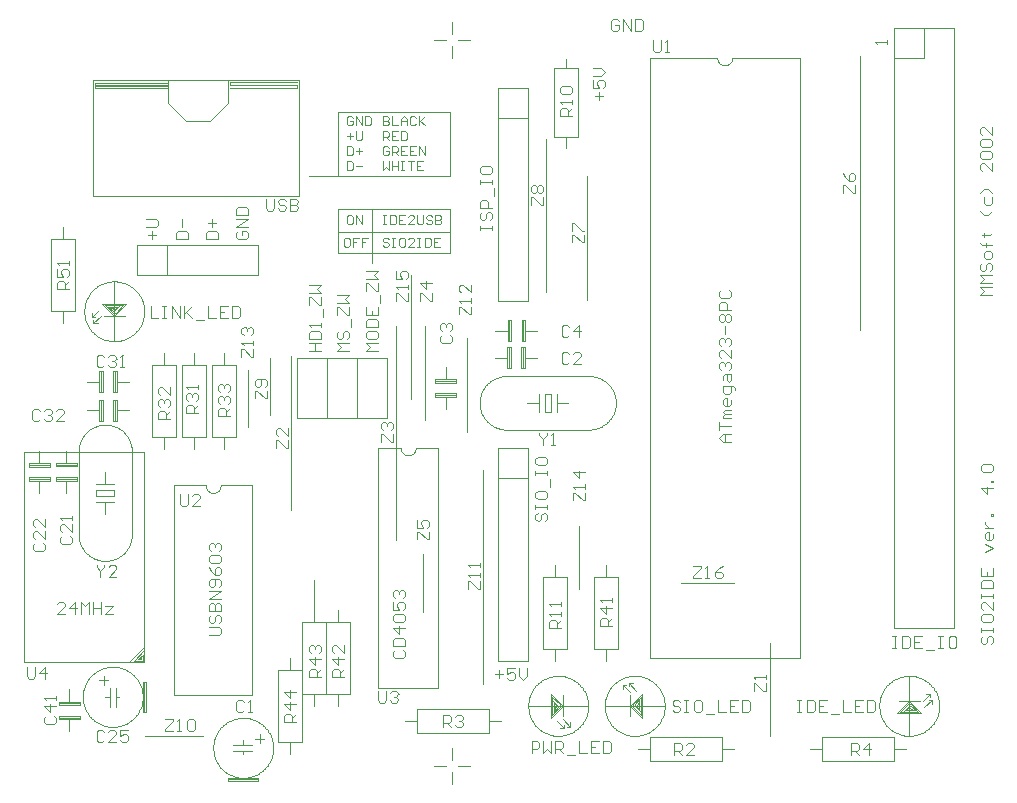
<source format=gto>
*%FSLAX23Y23*%
*%MOIN*%
G01*
D12*
X8982Y8542D02*
X9022D01*
Y8562D01*
X9015Y8569D01*
X8989D01*
X8982Y8562D01*
Y8542D01*
X9002Y8582D02*
Y8609D01*
X9015Y8595D02*
X8989D01*
X8992Y7222D02*
X9025D01*
X9032Y7229D01*
Y7242D01*
X9025Y7249D01*
X8992D01*
Y7282D02*
X8999Y7289D01*
X8992Y7282D02*
Y7269D01*
X8999Y7262D01*
X9005D01*
X9012Y7269D01*
Y7282D01*
X9019Y7289D01*
X9025D01*
X9032Y7282D01*
Y7269D01*
X9025Y7262D01*
X9032Y7302D02*
X8992D01*
X9032D02*
Y7322D01*
X9025Y7329D01*
X9019D01*
X9012Y7322D01*
Y7302D01*
X9013D01*
X9012D02*
X9013D01*
X9012D02*
X9013D01*
X9012D02*
Y7322D01*
X9005Y7329D01*
X8999D01*
X8992Y7322D01*
Y7302D01*
Y7342D02*
X9032D01*
Y7369D02*
X8992Y7342D01*
Y7369D02*
X9032D01*
X9025Y7382D02*
X9032Y7389D01*
Y7402D01*
X9025Y7409D01*
X8999D01*
X8992Y7402D01*
Y7389D01*
X8999Y7382D01*
X9005D01*
X9012Y7389D01*
Y7409D01*
X8999Y7435D02*
X8992Y7449D01*
X8999Y7435D02*
X9012Y7422D01*
X9025D01*
X9032Y7429D01*
Y7442D01*
X9025Y7449D01*
X9019D01*
X9012Y7442D01*
Y7422D01*
X8999Y7462D02*
X8992Y7469D01*
Y7482D01*
X8999Y7489D01*
X9025D01*
X9032Y7482D01*
Y7469D01*
X9025Y7462D01*
X8999D01*
Y7502D02*
X8992Y7509D01*
Y7522D01*
X8999Y7529D01*
X9005D01*
X9006D01*
X9005D02*
X9006D01*
X9005D02*
X9006D01*
X9005D02*
X9012Y7522D01*
Y7515D01*
Y7522D01*
X9019Y7529D01*
X9025D01*
X9032Y7522D01*
Y7509D01*
X9025Y7502D01*
X10705Y7867D02*
X10732D01*
X10705D02*
X10692Y7880D01*
X10705Y7894D01*
X10732D01*
X10712D01*
Y7867D01*
X10692Y7907D02*
Y7934D01*
Y7920D01*
X10732D01*
Y7947D02*
X10705D01*
Y7954D01*
X10712Y7960D01*
X10732D01*
X10712D01*
X10705Y7967D01*
X10712Y7974D01*
X10732D01*
Y7994D02*
Y8007D01*
Y7994D02*
X10725Y7987D01*
X10712D01*
X10705Y7994D01*
Y8007D01*
X10712Y8014D01*
X10719D01*
Y7987D01*
X10745Y8040D02*
Y8047D01*
X10739Y8054D01*
X10705D01*
Y8034D01*
X10712Y8027D01*
X10725D01*
X10732Y8034D01*
Y8054D01*
X10705Y8074D02*
Y8087D01*
X10712Y8094D01*
X10732D01*
Y8074D01*
X10725Y8067D01*
X10719Y8074D01*
Y8094D01*
X10699Y8107D02*
X10692Y8114D01*
Y8127D01*
X10699Y8134D01*
X10705D01*
X10706D01*
X10705D02*
X10706D01*
X10705D02*
X10706D01*
X10705D02*
X10712Y8127D01*
Y8120D01*
Y8127D01*
X10719Y8134D01*
X10725D01*
X10732Y8127D01*
Y8114D01*
X10725Y8107D01*
X10732Y8147D02*
Y8174D01*
Y8147D02*
X10705Y8174D01*
X10699D01*
X10692Y8167D01*
Y8154D01*
X10699Y8147D01*
Y8187D02*
X10692Y8194D01*
Y8207D01*
X10699Y8214D01*
X10705D01*
X10706D01*
X10705D02*
X10706D01*
X10705D02*
X10706D01*
X10705D02*
X10712Y8207D01*
Y8200D01*
Y8207D01*
X10719Y8214D01*
X10725D01*
X10732Y8207D01*
Y8194D01*
X10725Y8187D01*
X10712Y8227D02*
Y8254D01*
X10699Y8267D02*
X10692Y8274D01*
Y8287D01*
X10699Y8294D01*
X10705D01*
X10712Y8287D01*
X10719Y8294D01*
X10725D01*
X10732Y8287D01*
Y8274D01*
X10725Y8267D01*
X10719D01*
X10712Y8274D01*
X10705Y8267D01*
X10699D01*
X10712Y8274D02*
Y8287D01*
X10732Y8307D02*
X10692D01*
Y8327D01*
X10699Y8334D01*
X10712D01*
X10719Y8327D01*
Y8307D01*
X10692Y8367D02*
X10699Y8374D01*
X10692Y8367D02*
Y8354D01*
X10699Y8347D01*
X10725D01*
X10732Y8354D01*
Y8367D01*
X10725Y8374D01*
X10292Y9007D02*
Y9034D01*
X10305Y9020D02*
X10279D01*
X10272Y9047D02*
Y9074D01*
Y9047D02*
X10292D01*
X10285Y9060D01*
Y9067D01*
X10292Y9074D01*
X10305D01*
X10312Y9067D01*
Y9054D01*
X10305Y9047D01*
X10299Y9087D02*
X10272D01*
X10299D02*
X10312Y9100D01*
X10299Y9114D01*
X10272D01*
X10359Y9270D02*
X10352Y9277D01*
X10339D01*
X10332Y9270D01*
Y9244D01*
X10339Y9237D01*
X10352D01*
X10359Y9244D01*
Y9257D01*
X10345D01*
X10372Y9237D02*
Y9277D01*
X10399Y9237D01*
Y9277D01*
X10412D02*
Y9237D01*
X10432D01*
X10439Y9244D01*
Y9270D01*
X10432Y9277D01*
X10412D01*
X9457Y8547D02*
X9447D01*
X9442Y8542D01*
Y8522D01*
X9447Y8517D01*
X9457D01*
X9462Y8522D01*
Y8542D01*
X9457Y8547D01*
X9472D02*
X9492D01*
X9472D02*
Y8532D01*
X9482D01*
X9472D01*
Y8517D01*
X9502Y8547D02*
X9522D01*
X9502D02*
Y8532D01*
X9512D01*
X9502D01*
Y8517D01*
X9467Y8622D02*
X9457D01*
X9452Y8617D01*
Y8597D01*
X9457Y8592D01*
X9467D01*
X9472Y8597D01*
Y8617D01*
X9467Y8622D01*
X9482D02*
Y8592D01*
X9502D02*
X9482Y8622D01*
X9502D02*
Y8592D01*
X8514Y7292D02*
X8487D01*
X8514Y7319D01*
Y7325D01*
X8507Y7332D01*
X8494D01*
X8487Y7325D01*
X8547Y7332D02*
Y7292D01*
X8527Y7312D02*
X8547Y7332D01*
X8554Y7312D02*
X8527D01*
X8567Y7292D02*
Y7332D01*
X8580Y7319D01*
X8594Y7332D01*
Y7292D01*
X8607D02*
Y7332D01*
Y7312D02*
Y7292D01*
Y7312D02*
X8634D01*
Y7332D01*
Y7292D01*
X8647Y7319D02*
X8674D01*
X8647Y7292D01*
X8674D01*
X9607Y7167D02*
X9614Y7174D01*
X9607Y7167D02*
Y7154D01*
X9614Y7147D01*
X9640D01*
X9647Y7154D01*
Y7167D01*
X9640Y7174D01*
X9647Y7187D02*
X9607D01*
X9647D02*
Y7207D01*
X9640Y7214D01*
X9614D01*
X9607Y7207D01*
Y7187D01*
Y7247D02*
X9647D01*
X9627Y7227D02*
X9607Y7247D01*
X9627Y7254D02*
Y7227D01*
X9614Y7267D02*
X9607Y7274D01*
Y7287D01*
X9614Y7294D01*
X9640D01*
X9647Y7287D01*
Y7274D01*
X9640Y7267D01*
X9614D01*
X9607Y7307D02*
Y7334D01*
Y7307D02*
X9627D01*
X9620Y7320D01*
Y7327D01*
X9627Y7334D01*
X9640D01*
X9647Y7327D01*
Y7314D01*
X9640Y7307D01*
X9614Y7347D02*
X9607Y7354D01*
Y7367D01*
X9614Y7374D01*
X9620D01*
X9621D01*
X9620D02*
X9621D01*
X9620D02*
X9621D01*
X9620D02*
X9627Y7367D01*
Y7360D01*
Y7367D01*
X9634Y7374D01*
X9640D01*
X9647Y7367D01*
Y7354D01*
X9640Y7347D01*
X11567Y7212D02*
X11574Y7219D01*
X11567Y7212D02*
Y7199D01*
X11574Y7192D01*
X11580D01*
X11587Y7199D01*
Y7212D01*
X11594Y7219D01*
X11600D01*
X11607Y7212D01*
Y7199D01*
X11600Y7192D01*
X11567Y7232D02*
Y7245D01*
Y7239D01*
X11607D01*
Y7232D01*
Y7245D01*
X11567Y7272D02*
Y7285D01*
Y7272D02*
X11574Y7265D01*
X11600D01*
X11607Y7272D01*
Y7285D01*
X11600Y7292D01*
X11574D01*
X11567Y7285D01*
X11607Y7305D02*
Y7332D01*
Y7305D02*
X11580Y7332D01*
X11574D01*
X11567Y7325D01*
Y7312D01*
X11574Y7305D01*
X11567Y7345D02*
Y7359D01*
Y7352D01*
X11607D01*
Y7345D01*
Y7359D01*
Y7379D02*
X11567D01*
X11607D02*
Y7399D01*
X11600Y7405D01*
X11574D01*
X11567Y7399D01*
Y7379D01*
Y7419D02*
Y7445D01*
Y7419D02*
X11607D01*
Y7445D01*
X11587Y7432D02*
Y7419D01*
X11580Y7499D02*
X11607Y7512D01*
X11580Y7525D01*
X11607Y7545D02*
Y7559D01*
Y7545D02*
X11600Y7539D01*
X11587D01*
X11580Y7545D01*
Y7559D01*
X11587Y7565D01*
X11594D01*
Y7539D01*
X11580Y7579D02*
X11607D01*
X11594D01*
X11587Y7585D01*
X11580Y7592D01*
Y7599D01*
X11600Y7619D02*
X11607D01*
X11600D02*
Y7625D01*
X11607D01*
Y7619D01*
Y7712D02*
X11567D01*
X11587Y7692D01*
Y7718D01*
X11600Y7732D02*
X11607D01*
X11600D02*
Y7738D01*
X11607D01*
Y7732D01*
X11574Y7765D02*
X11567Y7772D01*
Y7785D01*
X11574Y7792D01*
X11600D01*
X11607Y7785D01*
Y7772D01*
X11600Y7765D01*
X11574D01*
X11562Y8357D02*
X11602D01*
X11575Y8370D02*
X11562Y8357D01*
X11575Y8370D02*
X11562Y8384D01*
X11602D01*
Y8397D02*
X11562D01*
X11575Y8410D01*
X11562Y8424D01*
X11602D01*
X11569Y8464D02*
X11562Y8457D01*
Y8444D01*
X11569Y8437D01*
X11575D01*
X11582Y8444D01*
Y8457D01*
X11589Y8464D01*
X11595D01*
X11602Y8457D01*
Y8444D01*
X11595Y8437D01*
X11602Y8484D02*
Y8497D01*
X11595Y8504D01*
X11582D01*
X11575Y8497D01*
Y8484D01*
X11582Y8477D01*
X11595D01*
X11602Y8484D01*
Y8524D02*
X11569D01*
X11582D01*
Y8517D01*
Y8530D01*
Y8524D01*
X11569D01*
X11562Y8530D01*
X11569Y8557D02*
X11575D01*
Y8550D01*
Y8564D01*
Y8557D01*
X11595D01*
X11602Y8564D01*
X11589Y8624D02*
X11602Y8637D01*
X11589Y8624D02*
X11575D01*
X11562Y8637D01*
X11575Y8664D02*
Y8684D01*
Y8664D02*
X11582Y8657D01*
X11595D01*
X11602Y8664D01*
Y8684D01*
Y8697D02*
X11589Y8710D01*
X11575D01*
X11562Y8697D01*
X11602Y8770D02*
Y8797D01*
Y8770D02*
X11575Y8797D01*
X11569D01*
X11562Y8790D01*
Y8777D01*
X11569Y8770D01*
Y8810D02*
X11562Y8817D01*
Y8830D01*
X11569Y8837D01*
X11595D01*
X11602Y8830D01*
Y8817D01*
X11595Y8810D01*
X11569D01*
Y8850D02*
X11562Y8857D01*
Y8870D01*
X11569Y8877D01*
X11595D01*
X11602Y8870D01*
Y8857D01*
X11595Y8850D01*
X11569D01*
X11602Y8890D02*
Y8917D01*
Y8890D02*
X11575Y8917D01*
X11569D01*
X11562Y8910D01*
Y8897D01*
X11569Y8890D01*
X9472Y8947D02*
X9467Y8952D01*
X9457D01*
X9452Y8947D01*
Y8927D01*
X9457Y8922D01*
X9467D01*
X9472Y8927D01*
Y8937D01*
X9462D01*
X9482Y8952D02*
Y8922D01*
X9502D02*
X9482Y8952D01*
X9502D02*
Y8922D01*
X9512D02*
Y8952D01*
Y8922D02*
X9527D01*
X9532Y8927D01*
Y8947D01*
X9527Y8952D01*
X9512D01*
X9572D02*
Y8922D01*
X9587D01*
X9592Y8927D01*
Y8932D01*
X9587Y8937D01*
X9572D01*
X9573D01*
X9572D02*
X9573D01*
X9572D02*
X9573D01*
X9572D02*
X9587D01*
X9592Y8942D01*
Y8947D01*
X9587Y8952D01*
X9572D01*
X9602D02*
Y8922D01*
X9622D01*
X9632D02*
Y8942D01*
X9642Y8952D01*
X9652Y8942D01*
Y8922D01*
Y8937D01*
X9632D01*
X9677Y8952D02*
X9682Y8947D01*
X9677Y8952D02*
X9667D01*
X9662Y8947D01*
Y8927D01*
X9667Y8922D01*
X9677D01*
X9682Y8927D01*
X9692Y8922D02*
Y8952D01*
Y8932D02*
Y8922D01*
Y8932D02*
X9712Y8952D01*
X9697Y8937D01*
X9712Y8922D01*
X9452Y8852D02*
Y8822D01*
X9467D01*
X9472Y8827D01*
Y8847D01*
X9467Y8852D01*
X9452D01*
X9482Y8837D02*
X9502D01*
X9492Y8847D02*
Y8827D01*
X9587Y8852D02*
X9592Y8847D01*
X9587Y8852D02*
X9577D01*
X9572Y8847D01*
Y8827D01*
X9577Y8822D01*
X9587D01*
X9592Y8827D01*
Y8837D01*
X9582D01*
X9602Y8852D02*
Y8822D01*
Y8852D02*
X9617D01*
X9622Y8847D01*
Y8837D01*
X9617Y8832D01*
X9602D01*
X9612D02*
X9622Y8822D01*
X9632Y8852D02*
X9652D01*
X9632D02*
Y8822D01*
X9652D01*
X9642Y8837D02*
X9632D01*
X9662Y8852D02*
X9682D01*
X9662D02*
Y8822D01*
X9682D01*
X9672Y8837D02*
X9662D01*
X9692Y8852D02*
Y8822D01*
X9712D02*
X9692Y8852D01*
X9712D02*
Y8822D01*
X9472Y8887D02*
X9452D01*
X9462Y8897D02*
Y8877D01*
X9482D02*
Y8902D01*
Y8877D02*
X9487Y8872D01*
X9497D01*
X9502Y8877D01*
Y8902D01*
X9572D02*
Y8872D01*
Y8902D02*
X9587D01*
X9592Y8897D01*
Y8887D01*
X9587Y8882D01*
X9572D01*
X9582D02*
X9592Y8872D01*
X9602Y8902D02*
X9622D01*
X9602D02*
Y8872D01*
X9622D01*
X9612Y8887D02*
X9602D01*
X9632Y8902D02*
Y8872D01*
X9647D01*
X9652Y8877D01*
Y8897D01*
X9647Y8902D01*
X9632D01*
X9452Y8802D02*
Y8772D01*
X9467D01*
X9472Y8777D01*
Y8797D01*
X9467Y8802D01*
X9452D01*
X9482Y8787D02*
X9502D01*
X9572Y8802D02*
Y8772D01*
X9582Y8782D01*
X9592Y8772D01*
Y8802D01*
X9602D02*
Y8772D01*
Y8787D01*
X9622D01*
Y8802D01*
Y8772D01*
X9632Y8802D02*
X9642D01*
X9637D01*
Y8772D01*
X9632D01*
X9642D01*
X9657Y8802D02*
X9677D01*
X9667D01*
Y8772D01*
X9687Y8802D02*
X9707D01*
X9687D02*
Y8772D01*
X9707D01*
X9697Y8787D02*
X9687D01*
X9582Y8622D02*
X9572D01*
X9577D02*
X9582D01*
X9577D02*
Y8592D01*
X9572D01*
X9582D01*
X9597D02*
Y8622D01*
Y8592D02*
X9612D01*
X9617Y8597D01*
Y8617D01*
X9612Y8622D01*
X9597D01*
X9627D02*
X9647D01*
X9627D02*
Y8592D01*
X9647D01*
X9637Y8607D02*
X9627D01*
X9657Y8592D02*
X9677D01*
X9657D02*
X9677Y8612D01*
Y8617D01*
X9672Y8622D01*
X9662D01*
X9657Y8617D01*
X9687Y8622D02*
Y8597D01*
X9692Y8592D01*
X9702D01*
X9707Y8597D01*
Y8622D01*
X9732D02*
X9737Y8617D01*
X9732Y8622D02*
X9722D01*
X9717Y8617D01*
Y8612D01*
X9722Y8607D01*
X9732D01*
X9737Y8602D01*
Y8597D01*
X9732Y8592D01*
X9722D01*
X9717Y8597D01*
X9747Y8592D02*
Y8622D01*
Y8592D02*
X9762D01*
X9767Y8597D01*
Y8602D01*
X9762Y8607D01*
X9747D01*
X9748D01*
X9747D02*
X9748D01*
X9747D02*
X9748D01*
X9747D02*
X9762D01*
X9767Y8612D01*
Y8617D01*
X9762Y8622D01*
X9747D01*
X8922Y8542D02*
X8882D01*
X8922D02*
Y8562D01*
X8915Y8569D01*
X8889D01*
X8882Y8562D01*
Y8542D01*
X8902Y8582D02*
Y8609D01*
X9082Y8562D02*
X9089Y8569D01*
X9082Y8562D02*
Y8549D01*
X9089Y8542D01*
X9115D01*
X9122Y8549D01*
Y8562D01*
X9115Y8569D01*
X9102D01*
Y8555D01*
X9122Y8582D02*
X9082D01*
X9122Y8609D01*
X9082D01*
Y8622D02*
X9122D01*
Y8642D01*
X9115Y8649D01*
X9089D01*
X9082Y8642D01*
Y8622D01*
X8802Y8569D02*
Y8542D01*
X8815Y8555D02*
X8789D01*
X8782Y8582D02*
X8815D01*
X8822Y8589D01*
Y8602D01*
X8815Y8609D01*
X8782D01*
X9587Y8547D02*
X9592Y8542D01*
X9587Y8547D02*
X9577D01*
X9572Y8542D01*
Y8537D01*
X9577Y8532D01*
X9587D01*
X9592Y8527D01*
Y8522D01*
X9587Y8517D01*
X9577D01*
X9572Y8522D01*
X9602Y8547D02*
X9612D01*
X9607D01*
Y8517D01*
X9602D01*
X9612D01*
X9632Y8547D02*
X9642D01*
X9632D02*
X9627Y8542D01*
Y8522D01*
X9632Y8517D01*
X9642D01*
X9647Y8522D01*
Y8542D01*
X9642Y8547D01*
X9657Y8517D02*
X9677D01*
X9657D02*
X9677Y8537D01*
Y8542D01*
X9672Y8547D01*
X9662D01*
X9657Y8542D01*
X9687Y8547D02*
X9697D01*
X9692D01*
Y8517D01*
X9687D01*
X9697D01*
X9712D02*
Y8547D01*
Y8517D02*
X9727D01*
X9732Y8522D01*
Y8542D01*
X9727Y8547D01*
X9712D01*
X9742D02*
X9762D01*
X9742D02*
Y8517D01*
X9762D01*
X9752Y8532D02*
X9742D01*
X10162Y8952D02*
X10202D01*
X10162D02*
Y8972D01*
X10169Y8979D01*
X10182D01*
X10189Y8972D01*
Y8952D01*
Y8966D02*
X10202Y8979D01*
Y8992D02*
Y9006D01*
Y8999D01*
X10162D01*
X10163D01*
X10162D02*
X10169Y8992D01*
Y9026D02*
X10162Y9032D01*
Y9046D01*
X10169Y9052D01*
X10195D01*
X10202Y9046D01*
Y9032D01*
X10195Y9026D01*
X10169D01*
X10202Y8558D02*
Y8532D01*
Y8558D02*
X10208D01*
X10235Y8532D01*
X10242D01*
Y8558D01*
X10202Y8571D02*
Y8598D01*
X10208D01*
X10235Y8571D01*
X10242D01*
X9896Y8572D02*
Y8585D01*
Y8579D01*
X9936D01*
Y8572D01*
Y8585D01*
X9896Y8625D02*
X9903Y8632D01*
X9896Y8625D02*
Y8612D01*
X9903Y8605D01*
X9909D01*
X9916Y8612D01*
Y8625D01*
X9923Y8632D01*
X9929D01*
X9936Y8625D01*
Y8612D01*
X9929Y8605D01*
X9936Y8645D02*
X9896D01*
Y8665D01*
X9903Y8672D01*
X9916D01*
X9923Y8665D01*
Y8645D01*
X9943Y8685D02*
Y8712D01*
X9896Y8725D02*
Y8739D01*
Y8732D01*
X9936D01*
Y8725D01*
Y8739D01*
X9896Y8765D02*
Y8779D01*
Y8765D02*
X9903Y8759D01*
X9929D01*
X9936Y8765D01*
Y8779D01*
X9929Y8785D01*
X9903D01*
X9896Y8779D01*
X10067Y8683D02*
Y8656D01*
Y8683D02*
X10073D01*
X10100Y8656D01*
X10106D01*
Y8683D01*
X10073Y8696D02*
X10067Y8703D01*
Y8716D01*
X10073Y8723D01*
X10080D01*
X10087Y8716D01*
X10093Y8723D01*
X10100D01*
X10106Y8716D01*
Y8703D01*
X10100Y8696D01*
X10093D01*
X10087Y8703D01*
X10080Y8696D01*
X10073D01*
X10087Y8703D02*
Y8716D01*
X11271Y7219D02*
X11284D01*
X11278D01*
Y7179D01*
X11271D01*
X11284D01*
X11304D02*
Y7219D01*
Y7179D02*
X11324D01*
X11331Y7186D01*
Y7212D01*
X11324Y7219D01*
X11304D01*
X11344D02*
X11371D01*
X11344D02*
Y7179D01*
X11371D01*
X11358Y7199D02*
X11344D01*
X11384Y7172D02*
X11411D01*
X11424Y7219D02*
X11438D01*
X11431D01*
Y7179D01*
X11424D01*
X11438D01*
X11464Y7219D02*
X11478D01*
X11464D02*
X11458Y7212D01*
Y7186D01*
X11464Y7179D01*
X11478D01*
X11484Y7186D01*
Y7212D01*
X11478Y7219D01*
X10194Y8251D02*
X10187Y8257D01*
X10174D01*
X10168Y8251D01*
Y8224D01*
X10174Y8217D01*
X10187D01*
X10194Y8224D01*
X10227Y8217D02*
Y8257D01*
X10207Y8237D01*
X10234D01*
X10472Y9174D02*
Y9207D01*
Y9174D02*
X10479Y9167D01*
X10492D01*
X10499Y9174D01*
Y9207D01*
X10512Y9167D02*
X10526D01*
X10519D01*
Y9207D01*
X10520D01*
X10519D02*
X10512Y9200D01*
X11107Y8723D02*
Y8696D01*
Y8723D02*
X11113D01*
X11140Y8696D01*
X11146D01*
Y8723D01*
X11113Y8750D02*
X11107Y8763D01*
X11113Y8750D02*
X11127Y8736D01*
X11140D01*
X11146Y8743D01*
Y8756D01*
X11140Y8763D01*
X11133D01*
X11127Y8756D01*
Y8736D01*
X10633Y7452D02*
X10606D01*
X10633D02*
Y7446D01*
X10606Y7419D01*
Y7412D01*
X10633D01*
X10646D02*
X10660D01*
X10653D01*
Y7452D01*
X10654D01*
X10653D02*
X10646Y7446D01*
X10693D02*
X10706Y7452D01*
X10693Y7446D02*
X10680Y7432D01*
Y7419D01*
X10686Y7412D01*
X10700D01*
X10706Y7419D01*
Y7426D01*
X10700Y7432D01*
X10680D01*
X10207Y7672D02*
Y7698D01*
X10213D01*
X10240Y7672D01*
X10246D01*
Y7698D01*
Y7711D02*
Y7725D01*
Y7718D01*
X10207D01*
X10208D01*
X10207D02*
X10213Y7711D01*
X10207Y7765D02*
X10246D01*
X10227Y7745D02*
X10207Y7765D01*
X10227Y7771D02*
Y7745D01*
X10297Y7252D02*
X10337D01*
X10297D02*
Y7272D01*
X10304Y7279D01*
X10317D01*
X10324Y7272D01*
Y7252D01*
Y7266D02*
X10337Y7279D01*
Y7312D02*
X10297D01*
X10317Y7292D01*
Y7319D01*
X10337Y7332D02*
Y7346D01*
Y7339D01*
X10297D01*
X10298D01*
X10297D02*
X10304Y7332D01*
X10167Y7248D02*
X10127D01*
Y7267D01*
X10134Y7274D01*
X10147D01*
X10154Y7267D01*
Y7248D01*
Y7261D02*
X10167Y7274D01*
Y7287D02*
Y7301D01*
Y7294D01*
X10127D01*
X10128D01*
X10127D02*
X10134Y7287D01*
X10167Y7321D02*
Y7334D01*
Y7327D01*
X10127D01*
X10128D01*
X10127D02*
X10134Y7321D01*
X11132Y6862D02*
Y6822D01*
Y6862D02*
X11152D01*
X11159Y6855D01*
Y6842D01*
X11152Y6835D01*
X11132D01*
X11146D02*
X11159Y6822D01*
X11192D02*
Y6862D01*
X11172Y6842D01*
X11199D01*
X10542Y6822D02*
Y6862D01*
X10562D01*
X10569Y6855D01*
Y6842D01*
X10562Y6835D01*
X10542D01*
X10556D02*
X10569Y6822D01*
X10582D02*
X10609D01*
X10582D02*
X10609Y6849D01*
Y6855D01*
X10602Y6862D01*
X10589D01*
X10582Y6855D01*
X10564Y6999D02*
X10557Y7005D01*
X10544D01*
X10538Y6999D01*
Y6992D01*
X10544Y6985D01*
X10557D01*
X10564Y6979D01*
Y6972D01*
X10557Y6965D01*
X10544D01*
X10538Y6972D01*
X10577Y7005D02*
X10591D01*
X10584D01*
Y6965D01*
X10577D01*
X10591D01*
X10617Y7005D02*
X10631D01*
X10617D02*
X10611Y6999D01*
Y6972D01*
X10617Y6965D01*
X10631D01*
X10637Y6972D01*
Y6999D01*
X10631Y7005D01*
X10651Y6959D02*
X10677D01*
X10691Y6965D02*
Y7005D01*
Y6965D02*
X10717D01*
X10731Y7005D02*
X10757D01*
X10731D02*
Y6965D01*
X10757D01*
X10744Y6985D02*
X10731D01*
X10771Y6965D02*
Y7005D01*
Y6965D02*
X10791D01*
X10797Y6972D01*
Y6999D01*
X10791Y7005D01*
X10771D01*
X10068Y6870D02*
Y6830D01*
Y6870D02*
X10087D01*
X10094Y6864D01*
Y6850D01*
X10087Y6844D01*
X10068D01*
X10107Y6830D02*
Y6870D01*
X10121Y6844D02*
X10107Y6830D01*
X10121Y6844D02*
X10134Y6830D01*
Y6870D01*
X10147D02*
Y6830D01*
Y6870D02*
X10167D01*
X10174Y6864D01*
Y6850D01*
X10167Y6844D01*
X10147D01*
X10161D02*
X10174Y6830D01*
X10187Y6824D02*
X10214D01*
X10227Y6830D02*
Y6870D01*
Y6830D02*
X10254D01*
X10267Y6870D02*
X10294D01*
X10267D02*
Y6830D01*
X10294D01*
X10281Y6850D02*
X10267D01*
X10307Y6830D02*
Y6870D01*
Y6830D02*
X10327D01*
X10334Y6837D01*
Y6864D01*
X10327Y6870D01*
X10307D01*
X10093Y7889D02*
Y7896D01*
Y7889D02*
X10106Y7876D01*
X10119Y7889D01*
Y7896D01*
X10106Y7876D02*
Y7856D01*
X10133D02*
X10146D01*
X10139D01*
Y7896D01*
X10140D01*
X10139D02*
X10133Y7889D01*
X10194Y8161D02*
X10187Y8167D01*
X10174D01*
X10168Y8161D01*
Y8134D01*
X10174Y8127D01*
X10187D01*
X10194Y8134D01*
X10207Y8127D02*
X10234D01*
X10207D02*
X10234Y8154D01*
Y8161D01*
X10227Y8167D01*
X10214D01*
X10207Y8161D01*
X10952Y7005D02*
X10966D01*
X10959D01*
Y6965D01*
X10952D01*
X10966D01*
X10986D02*
Y7005D01*
Y6965D02*
X11006D01*
X11012Y6972D01*
Y6999D01*
X11006Y7005D01*
X10986D01*
X11026D02*
X11052D01*
X11026D02*
Y6965D01*
X11052D01*
X11039Y6985D02*
X11026D01*
X11066Y6959D02*
X11092D01*
X11106Y6965D02*
Y7005D01*
Y6965D02*
X11132D01*
X11146Y7005D02*
X11172D01*
X11146D02*
Y6965D01*
X11172D01*
X11159Y6985D02*
X11146D01*
X11186Y6965D02*
Y7005D01*
Y6965D02*
X11206D01*
X11212Y6972D01*
Y6999D01*
X11206Y7005D01*
X11186D01*
X10088Y7629D02*
X10081Y7622D01*
Y7609D01*
X10088Y7602D01*
X10094D01*
X10101Y7609D01*
Y7622D01*
X10108Y7629D01*
X10114D01*
X10121Y7622D01*
Y7609D01*
X10114Y7602D01*
X10081Y7642D02*
Y7655D01*
Y7649D01*
X10121D01*
Y7642D01*
Y7655D01*
X10081Y7682D02*
Y7695D01*
Y7682D02*
X10088Y7675D01*
X10114D01*
X10121Y7682D01*
Y7695D01*
X10114Y7702D01*
X10088D01*
X10081Y7695D01*
X10128Y7715D02*
Y7742D01*
X10081Y7755D02*
Y7769D01*
Y7762D01*
X10121D01*
Y7755D01*
Y7769D01*
X10081Y7795D02*
Y7809D01*
Y7795D02*
X10088Y7789D01*
X10114D01*
X10121Y7795D01*
Y7809D01*
X10114Y7815D01*
X10088D01*
X10081Y7809D01*
X10808Y7064D02*
Y7038D01*
Y7064D02*
X10814D01*
X10841Y7038D01*
X10848D01*
Y7064D01*
Y7077D02*
Y7091D01*
Y7084D01*
X10808D01*
X10809D01*
X10808D02*
X10814Y7077D01*
X9857Y7376D02*
Y7403D01*
X9863D01*
X9890Y7376D01*
X9896D01*
Y7403D01*
Y7416D02*
Y7430D01*
Y7423D01*
X9857D01*
X9858D01*
X9857D02*
X9863Y7416D01*
X9896Y7450D02*
Y7463D01*
Y7456D01*
X9857D01*
X9858D01*
X9857D02*
X9863Y7450D01*
X9617Y8336D02*
Y8363D01*
X9623D01*
X9650Y8336D01*
X9656D01*
Y8363D01*
Y8376D02*
Y8390D01*
Y8383D01*
X9617D01*
X9618D01*
X9617D02*
X9623Y8376D01*
X9617Y8410D02*
Y8436D01*
Y8410D02*
X9637D01*
X9630Y8423D01*
Y8430D01*
X9637Y8436D01*
X9650D01*
X9656Y8430D01*
Y8416D01*
X9650Y8410D01*
X8798Y8320D02*
Y8280D01*
X8824D01*
X8837Y8320D02*
X8851D01*
X8844D01*
Y8280D01*
X8837D01*
X8851D01*
X8871D02*
Y8320D01*
X8897Y8280D01*
Y8320D01*
X8911D02*
Y8280D01*
Y8294D01*
X8937Y8320D01*
X8917Y8300D01*
X8937Y8280D01*
X8951Y8274D02*
X8977D01*
X8991Y8280D02*
Y8320D01*
Y8280D02*
X9017D01*
X9031Y8320D02*
X9057D01*
X9031D02*
Y8280D01*
X9057D01*
X9044Y8300D02*
X9031D01*
X9071Y8280D02*
Y8320D01*
Y8280D02*
X9091D01*
X9097Y8287D01*
Y8314D01*
X9091Y8320D01*
X9071D01*
X8527Y8378D02*
X8487D01*
Y8397D01*
X8494Y8404D01*
X8507D01*
X8514Y8397D01*
Y8378D01*
Y8391D02*
X8527Y8404D01*
X8487Y8417D02*
Y8444D01*
Y8417D02*
X8507D01*
X8500Y8431D01*
Y8437D01*
X8507Y8444D01*
X8520D01*
X8527Y8437D01*
Y8424D01*
X8520Y8417D01*
X8527Y8457D02*
Y8471D01*
Y8464D01*
X8487D01*
X8488D01*
X8487D02*
X8494Y8457D01*
X9182Y8645D02*
Y8678D01*
Y8645D02*
X9189Y8638D01*
X9202D01*
X9209Y8645D01*
Y8678D01*
X9242D02*
X9249Y8671D01*
X9242Y8678D02*
X9229D01*
X9222Y8671D01*
Y8665D01*
X9229Y8658D01*
X9242D01*
X9249Y8651D01*
Y8645D01*
X9242Y8638D01*
X9229D01*
X9222Y8645D01*
X9262Y8638D02*
Y8678D01*
Y8638D02*
X9282D01*
X9289Y8645D01*
Y8651D01*
X9282Y8658D01*
X9262D01*
X9263D01*
X9262D02*
X9263D01*
X9262D02*
X9263D01*
X9262D02*
X9282D01*
X9289Y8665D01*
Y8671D01*
X9282Y8678D01*
X9262D01*
X9557Y7038D02*
Y7005D01*
X9564Y6998D01*
X9577D01*
X9584Y7005D01*
Y7038D01*
X9597Y7031D02*
X9604Y7038D01*
X9617D01*
X9624Y7031D01*
Y7025D01*
X9625D01*
X9624D02*
X9625D01*
X9624D02*
X9625D01*
X9624D02*
X9617Y7018D01*
X9610D01*
X9617D01*
X9624Y7011D01*
Y7005D01*
X9617Y6998D01*
X9604D01*
X9597Y7005D01*
X9567Y7866D02*
Y7893D01*
X9573D01*
X9600Y7866D01*
X9606D01*
Y7893D01*
X9573Y7906D02*
X9567Y7913D01*
Y7926D01*
X9573Y7933D01*
X9580D01*
X9581D01*
X9580D02*
X9581D01*
X9580D02*
X9581D01*
X9580D02*
X9587Y7926D01*
Y7920D01*
Y7926D01*
X9593Y7933D01*
X9600D01*
X9606Y7926D01*
Y7913D01*
X9600Y7906D01*
X9697Y8336D02*
Y8363D01*
X9703D01*
X9730Y8336D01*
X9736D01*
Y8363D01*
Y8396D02*
X9697D01*
X9717Y8376D01*
Y8403D01*
X9687Y7568D02*
Y7542D01*
Y7568D02*
X9693D01*
X9720Y7542D01*
X9726D01*
Y7568D01*
X9687Y7581D02*
Y7608D01*
Y7581D02*
X9707D01*
X9700Y7595D01*
Y7601D01*
X9707Y7608D01*
X9720D01*
X9726Y7601D01*
Y7588D01*
X9720Y7581D01*
X9555Y8171D02*
X9515D01*
X9528Y8184D01*
X9515Y8198D01*
X9555D01*
X9515Y8218D02*
Y8231D01*
Y8218D02*
X9522Y8211D01*
X9548D01*
X9555Y8218D01*
Y8231D01*
X9548Y8238D01*
X9522D01*
X9515Y8231D01*
Y8251D02*
X9555D01*
Y8271D01*
X9548Y8278D01*
X9522D01*
X9515Y8271D01*
Y8251D01*
Y8291D02*
Y8318D01*
Y8291D02*
X9555D01*
Y8318D01*
X9535Y8304D02*
Y8291D01*
X9562Y8331D02*
Y8358D01*
X9515Y8371D02*
Y8398D01*
X9522D01*
X9548Y8371D01*
X9555D01*
Y8398D01*
Y8411D02*
X9515D01*
X9542Y8424D02*
X9555Y8411D01*
X9542Y8424D02*
X9555Y8438D01*
X9515D01*
X9460Y8171D02*
X9420D01*
X9433Y8184D01*
X9420Y8198D01*
X9460D01*
X9427Y8238D02*
X9420Y8231D01*
Y8218D01*
X9427Y8211D01*
X9433D01*
X9440Y8218D01*
Y8231D01*
X9447Y8238D01*
X9453D01*
X9460Y8231D01*
Y8218D01*
X9453Y8211D01*
X9467Y8251D02*
Y8278D01*
X9420Y8291D02*
Y8318D01*
X9427D01*
X9453Y8291D01*
X9460D01*
Y8318D01*
Y8331D02*
X9420D01*
X9447Y8344D02*
X9460Y8331D01*
X9447Y8344D02*
X9460Y8358D01*
X9420D01*
X9365Y8171D02*
X9325D01*
X9345D02*
X9365D01*
X9345D02*
Y8198D01*
X9325D01*
X9365D01*
Y8211D02*
X9325D01*
X9365D02*
Y8231D01*
X9358Y8238D01*
X9332D01*
X9325Y8231D01*
Y8211D01*
X9365Y8251D02*
Y8264D01*
Y8258D01*
X9325D01*
X9326D01*
X9325D02*
X9332Y8251D01*
X9372Y8284D02*
Y8311D01*
X9325Y8324D02*
Y8351D01*
X9332D01*
X9358Y8324D01*
X9365D01*
Y8351D01*
Y8364D02*
X9325D01*
X9352Y8378D02*
X9365Y8364D01*
X9352Y8378D02*
X9365Y8391D01*
X9325D01*
X8387Y7118D02*
Y7085D01*
X8394Y7078D01*
X8407D01*
X8414Y7085D01*
Y7118D01*
X8447D02*
Y7078D01*
X8427Y7098D02*
X8447Y7118D01*
X8454Y7098D02*
X8427D01*
X8644Y8151D02*
X8637Y8157D01*
X8624D01*
X8618Y8151D01*
Y8124D01*
X8624Y8117D01*
X8637D01*
X8644Y8124D01*
X8657Y8151D02*
X8664Y8157D01*
X8677D01*
X8684Y8151D01*
Y8144D01*
X8685D01*
X8684D02*
X8685D01*
X8684D02*
X8685D01*
X8684D02*
X8677Y8137D01*
X8671D01*
X8677D01*
X8684Y8131D01*
Y8124D01*
X8677Y8117D01*
X8664D01*
X8657Y8124D01*
X8697Y8117D02*
X8711D01*
X8704D01*
Y8157D01*
X8705D01*
X8704D02*
X8697Y8151D01*
X8429Y7971D02*
X8422Y7977D01*
X8409D01*
X8402Y7971D01*
Y7944D01*
X8409Y7937D01*
X8422D01*
X8429Y7944D01*
X8442Y7971D02*
X8449Y7977D01*
X8462D01*
X8469Y7971D01*
Y7964D01*
X8470D01*
X8469D02*
X8470D01*
X8469D02*
X8470D01*
X8469D02*
X8462Y7957D01*
X8456D01*
X8462D01*
X8469Y7951D01*
Y7944D01*
X8462Y7937D01*
X8449D01*
X8442Y7944D01*
X8482Y7937D02*
X8509D01*
X8482D02*
X8509Y7964D01*
Y7971D01*
X8502Y7977D01*
X8489D01*
X8482Y7971D01*
X8618Y7456D02*
Y7449D01*
X8631Y7436D01*
X8644Y7449D01*
Y7456D01*
X8631Y7436D02*
Y7416D01*
X8658D02*
X8684D01*
X8658D02*
X8684Y7443D01*
Y7449D01*
X8678Y7456D01*
X8664D01*
X8658Y7449D01*
X8413Y7529D02*
X8407Y7522D01*
Y7509D01*
X8413Y7502D01*
X8440D01*
X8447Y7509D01*
Y7522D01*
X8440Y7529D01*
X8447Y7542D02*
Y7569D01*
Y7542D02*
X8420Y7569D01*
X8413D01*
X8407Y7562D01*
Y7549D01*
X8413Y7542D01*
X8447Y7582D02*
Y7609D01*
Y7582D02*
X8420Y7609D01*
X8413D01*
X8407Y7602D01*
Y7589D01*
X8413Y7582D01*
X8897Y7660D02*
Y7693D01*
Y7660D02*
X8904Y7653D01*
X8917D01*
X8924Y7660D01*
Y7693D01*
X8937Y7653D02*
X8964D01*
X8937D02*
X8964Y7680D01*
Y7686D01*
X8957Y7693D01*
X8944D01*
X8937Y7686D01*
X8862Y7942D02*
X8822D01*
Y7962D01*
X8829Y7969D01*
X8842D01*
X8849Y7962D01*
Y7942D01*
Y7956D02*
X8862Y7969D01*
X8829Y7982D02*
X8822Y7989D01*
Y8002D01*
X8829Y8009D01*
X8835D01*
X8836D01*
X8835D02*
X8836D01*
X8835D02*
X8836D01*
X8835D02*
X8842Y8002D01*
Y7996D01*
Y8002D01*
X8849Y8009D01*
X8855D01*
X8862Y8002D01*
Y7989D01*
X8855Y7982D01*
X8862Y8022D02*
Y8049D01*
Y8022D02*
X8835Y8049D01*
X8829D01*
X8822Y8042D01*
Y8029D01*
X8829Y8022D01*
X8917Y7962D02*
X8957D01*
X8917D02*
Y7982D01*
X8924Y7989D01*
X8937D01*
X8944Y7982D01*
Y7962D01*
Y7976D02*
X8957Y7989D01*
X8924Y8002D02*
X8917Y8009D01*
Y8022D01*
X8924Y8029D01*
X8930D01*
X8931D01*
X8930D02*
X8931D01*
X8930D02*
X8931D01*
X8930D02*
X8937Y8022D01*
Y8016D01*
Y8022D01*
X8944Y8029D01*
X8950D01*
X8957Y8022D01*
Y8009D01*
X8950Y8002D01*
X8957Y8042D02*
Y8056D01*
Y8049D01*
X8917D01*
X8918D01*
X8917D02*
X8924Y8042D01*
X9022Y7952D02*
X9062D01*
X9022D02*
Y7972D01*
X9029Y7979D01*
X9042D01*
X9049Y7972D01*
Y7952D01*
Y7966D02*
X9062Y7979D01*
X9029Y7992D02*
X9022Y7999D01*
Y8012D01*
X9029Y8019D01*
X9035D01*
X9036D01*
X9035D02*
X9036D01*
X9035D02*
X9036D01*
X9035D02*
X9042Y8012D01*
Y8006D01*
Y8012D01*
X9049Y8019D01*
X9055D01*
X9062Y8012D01*
Y7999D01*
X9055Y7992D01*
X9029Y8032D02*
X9022Y8039D01*
Y8052D01*
X9029Y8059D01*
X9035D01*
X9036D01*
X9035D02*
X9036D01*
X9035D02*
X9036D01*
X9035D02*
X9042Y8052D01*
Y8046D01*
Y8052D01*
X9049Y8059D01*
X9055D01*
X9062Y8052D01*
Y8039D01*
X9055Y8032D01*
X8503Y7554D02*
X8497Y7547D01*
Y7534D01*
X8503Y7528D01*
X8530D01*
X8537Y7534D01*
Y7547D01*
X8530Y7554D01*
X8537Y7567D02*
Y7594D01*
Y7567D02*
X8510Y7594D01*
X8503D01*
X8497Y7587D01*
Y7574D01*
X8503Y7567D01*
X8537Y7607D02*
Y7621D01*
Y7614D01*
X8497D01*
X8498D01*
X8497D02*
X8503Y7607D01*
X9762Y8217D02*
X9768Y8224D01*
X9762Y8217D02*
Y8204D01*
X9768Y8198D01*
X9795D01*
X9802Y8204D01*
Y8217D01*
X9795Y8224D01*
X9768Y8237D02*
X9762Y8244D01*
Y8257D01*
X9768Y8264D01*
X9775D01*
X9776D01*
X9775D02*
X9776D01*
X9775D02*
X9776D01*
X9775D02*
X9782Y8257D01*
Y8251D01*
Y8257D01*
X9788Y8264D01*
X9795D01*
X9802Y8257D01*
Y8244D01*
X9795Y8237D01*
X9442Y7082D02*
X9402D01*
Y7102D01*
X9409Y7109D01*
X9422D01*
X9429Y7102D01*
Y7082D01*
Y7096D02*
X9442Y7109D01*
Y7142D02*
X9402D01*
X9422Y7122D01*
Y7149D01*
X9442Y7162D02*
Y7189D01*
Y7162D02*
X9415Y7189D01*
X9409D01*
X9402Y7182D01*
Y7169D01*
X9409Y7162D01*
X9367Y7082D02*
X9327D01*
Y7102D01*
X9334Y7109D01*
X9347D01*
X9354Y7102D01*
Y7082D01*
Y7096D02*
X9367Y7109D01*
Y7142D02*
X9327D01*
X9347Y7122D01*
Y7149D01*
X9334Y7162D02*
X9327Y7169D01*
Y7182D01*
X9334Y7189D01*
X9340D01*
X9341D01*
X9340D02*
X9341D01*
X9340D02*
X9341D01*
X9340D02*
X9347Y7182D01*
Y7176D01*
Y7182D01*
X9354Y7189D01*
X9360D01*
X9367Y7182D01*
Y7169D01*
X9360Y7162D01*
X9109Y6999D02*
X9102Y7005D01*
X9089D01*
X9082Y6999D01*
Y6972D01*
X9089Y6965D01*
X9102D01*
X9109Y6972D01*
X9122Y6965D02*
X9136D01*
X9129D01*
Y7005D01*
X9130D01*
X9129D02*
X9122Y6999D01*
X9242Y6932D02*
X9282D01*
X9242D02*
Y6952D01*
X9249Y6959D01*
X9262D01*
X9269Y6952D01*
Y6932D01*
Y6946D02*
X9282Y6959D01*
Y6992D02*
X9242D01*
X9262Y6972D01*
Y6999D01*
X9282Y7032D02*
X9242D01*
X9262Y7012D01*
Y7039D01*
X9772Y6957D02*
Y6917D01*
Y6957D02*
X9792D01*
X9799Y6950D01*
Y6937D01*
X9792Y6930D01*
X9772D01*
X9786D02*
X9799Y6917D01*
X9812Y6950D02*
X9819Y6957D01*
X9832D01*
X9839Y6950D01*
Y6944D01*
X9840D01*
X9839D02*
X9840D01*
X9839D02*
X9840D01*
X9839D02*
X9832Y6937D01*
X9826D01*
X9832D01*
X9839Y6930D01*
Y6924D01*
X9832Y6917D01*
X9819D01*
X9812Y6924D01*
X8644Y6899D02*
X8637Y6905D01*
X8624D01*
X8618Y6899D01*
Y6872D01*
X8624Y6865D01*
X8637D01*
X8644Y6872D01*
X8657Y6865D02*
X8684D01*
X8657D02*
X8684Y6892D01*
Y6899D01*
X8677Y6905D01*
X8664D01*
X8657Y6899D01*
X8697Y6905D02*
X8724D01*
X8697D02*
Y6885D01*
X8711Y6892D01*
X8717D01*
X8724Y6885D01*
Y6872D01*
X8717Y6865D01*
X8704D01*
X8697Y6872D01*
X9217Y7846D02*
Y7873D01*
X9223D01*
X9250Y7846D01*
X9256D01*
Y7873D01*
Y7886D02*
Y7913D01*
Y7886D02*
X9230Y7913D01*
X9223D01*
X9217Y7906D01*
Y7893D01*
X9223Y7886D01*
X9147Y8012D02*
Y8038D01*
X9153D01*
X9180Y8012D01*
X9186D01*
Y8038D01*
X9180Y8051D02*
X9186Y8058D01*
Y8071D01*
X9180Y8078D01*
X9153D01*
X9147Y8071D01*
Y8058D01*
X9153Y8051D01*
X9160D01*
X9167Y8058D01*
Y8078D01*
X8873Y6942D02*
X8846D01*
X8873D02*
Y6936D01*
X8846Y6909D01*
Y6902D01*
X8873D01*
X8886D02*
X8900D01*
X8893D01*
Y6942D01*
X8894D01*
X8893D02*
X8886Y6936D01*
X8920D02*
X8926Y6942D01*
X8940D01*
X8946Y6936D01*
Y6909D01*
X8940Y6902D01*
X8926D01*
X8920Y6909D01*
Y6936D01*
X9827Y8292D02*
Y8318D01*
X9833D01*
X9860Y8292D01*
X9866D01*
Y8318D01*
Y8331D02*
Y8345D01*
Y8338D01*
X9827D01*
X9828D01*
X9827D02*
X9833Y8331D01*
X9866Y8365D02*
Y8391D01*
Y8365D02*
X9840Y8391D01*
X9833D01*
X9827Y8385D01*
Y8371D01*
X9833Y8365D01*
X9101Y8178D02*
Y8151D01*
Y8178D02*
X9108D01*
X9134Y8151D01*
X9141D01*
Y8178D01*
Y8191D02*
Y8204D01*
Y8198D01*
X9101D01*
X9102D01*
X9101D02*
X9108Y8191D01*
Y8224D02*
X9101Y8231D01*
Y8244D01*
X9108Y8251D01*
X9114D01*
X9115D01*
X9114D02*
X9115D01*
X9114D02*
X9115D01*
X9114D02*
X9121Y8244D01*
Y8238D01*
Y8244D01*
X9128Y8251D01*
X9134D01*
X9141Y8244D01*
Y8231D01*
X9134Y8224D01*
X8448Y6954D02*
X8442Y6947D01*
Y6934D01*
X8448Y6928D01*
X8475D01*
X8482Y6934D01*
Y6947D01*
X8475Y6954D01*
X8482Y6987D02*
X8442D01*
X8462Y6967D01*
Y6994D01*
X8482Y7007D02*
Y7021D01*
Y7014D01*
X8442D01*
X8443D01*
X8442D02*
X8448Y7007D01*
D14*
X10142Y8882D02*
Y9112D01*
X10222D02*
Y8882D01*
X10182Y9112D02*
Y9142D01*
Y8882D02*
Y8847D01*
X10142Y8882D02*
X10222D01*
Y9112D02*
X10142D01*
X10252Y8753D02*
Y8341D01*
X10117Y8366D02*
Y8878D01*
X10047Y8272D02*
Y8202D01*
X10035D02*
Y8272D01*
X10000D02*
Y8202D01*
X9988D02*
Y8272D01*
X10041D02*
Y8202D01*
X9993D02*
Y8272D01*
X10035D02*
X10047D01*
Y8202D02*
X10035D01*
X10000D02*
X9988D01*
Y8272D02*
X10000D01*
X9987Y8237D02*
X9947D01*
X10047D02*
X10087D01*
X10687Y9147D02*
X10687Y9144D01*
X10688Y9141D01*
X10689Y9137D01*
X10690Y9134D01*
X10692Y9132D01*
X10694Y9129D01*
X10697Y9127D01*
X10700Y9125D01*
X10702Y9124D01*
X10706Y9123D01*
X10709Y9122D01*
X10712Y9122D01*
X10715Y9122D01*
X10718Y9123D01*
X10722Y9124D01*
X10724Y9125D01*
X10727Y9127D01*
X10730Y9129D01*
X10732Y9132D01*
X10734Y9134D01*
X10735Y9137D01*
X10736Y9141D01*
X10737Y9144D01*
X10737Y9147D01*
X10962D02*
Y7147D01*
X10462D02*
Y9147D01*
X10687D01*
X10737D02*
X10962D01*
Y7147D02*
X10462D01*
X11162Y8241D02*
Y9153D01*
X10743Y7397D02*
X10566D01*
X10227Y7376D02*
Y7588D01*
X10317Y7177D02*
Y7137D01*
Y7417D02*
Y7457D01*
X10277Y7417D02*
Y7177D01*
X10357D02*
Y7417D01*
Y7177D02*
X10277D01*
Y7417D02*
X10357D01*
X10147D02*
Y7457D01*
Y7177D02*
Y7137D01*
X10187Y7177D02*
Y7417D01*
X10107D02*
Y7177D01*
Y7417D02*
X10187D01*
Y7177D02*
X10107D01*
X11277Y6882D02*
Y6802D01*
X11037D02*
Y6882D01*
X11277Y6842D02*
X11317D01*
X11037D02*
X10997D01*
X11037Y6802D02*
X11277D01*
Y6882D02*
X11037D01*
X10702D02*
Y6802D01*
X10462D02*
Y6882D01*
Y6802D02*
X10702D01*
Y6882D02*
X10462D01*
X10702Y6842D02*
X10742D01*
X10462D02*
X10422D01*
X10512Y6987D02*
X10512Y6984D01*
X10512Y6980D01*
X10512Y6977D01*
X10511Y6974D01*
X10511Y6970D01*
X10510Y6967D01*
X10509Y6964D01*
X10508Y6961D01*
X10508Y6958D01*
X10507Y6954D01*
X10505Y6951D01*
X10504Y6948D01*
X10503Y6945D01*
X10501Y6942D01*
X10500Y6939D01*
X10498Y6936D01*
X10496Y6933D01*
X10495Y6931D01*
X10493Y6928D01*
X10491Y6925D01*
X10489Y6923D01*
X10486Y6920D01*
X10484Y6918D01*
X10482Y6915D01*
X10479Y6913D01*
X10477Y6911D01*
X10474Y6909D01*
X10472Y6907D01*
X10469Y6905D01*
X10466Y6903D01*
X10463Y6901D01*
X10461Y6900D01*
X10458Y6898D01*
X10455Y6897D01*
X10452Y6895D01*
X10449Y6894D01*
X10445Y6893D01*
X10442Y6892D01*
X10439Y6891D01*
X10436Y6890D01*
X10433Y6889D01*
X10429Y6889D01*
X10426Y6888D01*
X10423Y6888D01*
X10419Y6887D01*
X10416Y6887D01*
X10413Y6887D01*
X10410Y6887D01*
X10406Y6887D01*
X10403Y6887D01*
X10400Y6888D01*
X10396Y6888D01*
X10393Y6889D01*
X10390Y6890D01*
X10387Y6890D01*
X10383Y6891D01*
X10380Y6892D01*
X10377Y6893D01*
X10374Y6895D01*
X10371Y6896D01*
X10368Y6897D01*
X10365Y6899D01*
X10362Y6900D01*
X10359Y6902D01*
X10356Y6904D01*
X10354Y6906D01*
X10351Y6908D01*
X10348Y6910D01*
X10346Y6912D01*
X10343Y6914D01*
X10341Y6917D01*
X10339Y6919D01*
X10336Y6921D01*
X10334Y6924D01*
X10332Y6927D01*
X10330Y6929D01*
X10328Y6932D01*
X10327Y6935D01*
X10325Y6938D01*
X10323Y6941D01*
X10322Y6944D01*
X10321Y6947D01*
X10319Y6950D01*
X10318Y6953D01*
X10317Y6956D01*
X10316Y6959D01*
X10315Y6962D01*
X10314Y6966D01*
X10314Y6969D01*
X10313Y6972D01*
X10313Y6975D01*
X10312Y6979D01*
X10312Y6982D01*
X10312Y6985D01*
Y6989D01*
X10312Y6992D01*
X10312Y6995D01*
X10313Y6999D01*
X10313Y7002D01*
X10314Y7005D01*
X10314Y7008D01*
X10315Y7012D01*
X10316Y7015D01*
X10317Y7018D01*
X10318Y7021D01*
X10319Y7024D01*
X10321Y7027D01*
X10322Y7030D01*
X10323Y7033D01*
X10325Y7036D01*
X10327Y7039D01*
X10328Y7042D01*
X10330Y7045D01*
X10332Y7047D01*
X10334Y7050D01*
X10336Y7053D01*
X10339Y7055D01*
X10341Y7057D01*
X10343Y7060D01*
X10346Y7062D01*
X10348Y7064D01*
X10351Y7066D01*
X10354Y7068D01*
X10356Y7070D01*
X10359Y7072D01*
X10362Y7074D01*
X10365Y7075D01*
X10368Y7077D01*
X10371Y7078D01*
X10374Y7079D01*
X10377Y7081D01*
X10380Y7082D01*
X10383Y7083D01*
X10387Y7084D01*
X10390Y7084D01*
X10393Y7085D01*
X10396Y7086D01*
X10400Y7086D01*
X10403Y7087D01*
X10406Y7087D01*
X10410Y7087D01*
X10413Y7087D01*
X10416Y7087D01*
X10419Y7087D01*
X10423Y7086D01*
X10426Y7086D01*
X10429Y7085D01*
X10433Y7085D01*
X10436Y7084D01*
X10439Y7083D01*
X10442Y7082D01*
X10445Y7081D01*
X10449Y7080D01*
X10452Y7079D01*
X10455Y7077D01*
X10458Y7076D01*
X10461Y7074D01*
X10463Y7073D01*
X10466Y7071D01*
X10469Y7069D01*
X10472Y7067D01*
X10474Y7065D01*
X10477Y7063D01*
X10479Y7061D01*
X10482Y7059D01*
X10484Y7056D01*
X10486Y7054D01*
X10489Y7051D01*
X10491Y7049D01*
X10493Y7046D01*
X10495Y7043D01*
X10496Y7041D01*
X10498Y7038D01*
X10500Y7035D01*
X10501Y7032D01*
X10503Y7029D01*
X10504Y7026D01*
X10505Y7023D01*
X10507Y7020D01*
X10508Y7016D01*
X10508Y7013D01*
X10509Y7010D01*
X10510Y7007D01*
X10511Y7004D01*
X10511Y7000D01*
X10512Y6997D01*
X10512Y6994D01*
X10512Y6990D01*
X10512Y6987D01*
X10437Y6947D02*
X10397Y6987D01*
X10407Y6982D02*
X10432Y6957D01*
Y6967D02*
X10412Y6987D01*
X10417D02*
X10427Y6977D01*
X10417Y7037D02*
X10392Y7062D01*
X10372Y7057D02*
X10397Y7032D01*
X10437Y7027D02*
X10397Y6987D01*
X10407Y6992D02*
X10432Y7017D01*
X10427Y7007D02*
X10412Y6992D01*
X10417Y6987D02*
X10422Y6992D01*
X10437Y7027D02*
Y6952D01*
X10397D02*
Y7022D01*
X10432Y7017D02*
Y6962D01*
X10407Y6982D02*
Y6992D01*
X10432Y6967D02*
Y6957D01*
X10412Y6987D02*
Y6992D01*
X10427Y6977D02*
Y7007D01*
X10422Y6997D02*
Y6992D01*
X10437Y6972D02*
Y6947D01*
X10372Y7042D02*
Y7057D01*
X10392Y7052D02*
Y7062D01*
X10312Y6987D02*
X10512D01*
X10382Y7057D02*
X10372D01*
X10392Y7062D02*
X10407D01*
X10257Y6987D02*
X10257Y6984D01*
X10257Y6980D01*
X10257Y6977D01*
X10256Y6974D01*
X10256Y6970D01*
X10255Y6967D01*
X10254Y6964D01*
X10253Y6961D01*
X10253Y6958D01*
X10252Y6954D01*
X10250Y6951D01*
X10249Y6948D01*
X10248Y6945D01*
X10246Y6942D01*
X10245Y6939D01*
X10243Y6936D01*
X10241Y6933D01*
X10240Y6931D01*
X10238Y6928D01*
X10236Y6925D01*
X10234Y6923D01*
X10231Y6920D01*
X10229Y6918D01*
X10227Y6915D01*
X10224Y6913D01*
X10222Y6911D01*
X10219Y6909D01*
X10217Y6907D01*
X10214Y6905D01*
X10211Y6903D01*
X10208Y6901D01*
X10206Y6900D01*
X10203Y6898D01*
X10200Y6897D01*
X10197Y6895D01*
X10194Y6894D01*
X10190Y6893D01*
X10187Y6892D01*
X10184Y6891D01*
X10181Y6890D01*
X10178Y6889D01*
X10174Y6889D01*
X10171Y6888D01*
X10168Y6888D01*
X10164Y6887D01*
X10161Y6887D01*
X10158Y6887D01*
X10155Y6887D01*
X10151Y6887D01*
X10148Y6887D01*
X10145Y6888D01*
X10141Y6888D01*
X10138Y6889D01*
X10135Y6890D01*
X10132Y6890D01*
X10128Y6891D01*
X10125Y6892D01*
X10122Y6893D01*
X10119Y6895D01*
X10116Y6896D01*
X10113Y6897D01*
X10110Y6899D01*
X10107Y6900D01*
X10104Y6902D01*
X10101Y6904D01*
X10099Y6906D01*
X10096Y6908D01*
X10093Y6910D01*
X10091Y6912D01*
X10088Y6914D01*
X10086Y6917D01*
X10084Y6919D01*
X10081Y6921D01*
X10079Y6924D01*
X10077Y6927D01*
X10075Y6929D01*
X10073Y6932D01*
X10072Y6935D01*
X10070Y6938D01*
X10068Y6941D01*
X10067Y6944D01*
X10066Y6947D01*
X10064Y6950D01*
X10063Y6953D01*
X10062Y6956D01*
X10061Y6959D01*
X10060Y6962D01*
X10059Y6966D01*
X10059Y6969D01*
X10058Y6972D01*
X10058Y6975D01*
X10057Y6979D01*
X10057Y6982D01*
X10057Y6985D01*
Y6989D01*
X10057Y6992D01*
X10057Y6995D01*
X10058Y6999D01*
X10058Y7002D01*
X10059Y7005D01*
X10059Y7008D01*
X10060Y7012D01*
X10061Y7015D01*
X10062Y7018D01*
X10063Y7021D01*
X10064Y7024D01*
X10066Y7027D01*
X10067Y7030D01*
X10068Y7033D01*
X10070Y7036D01*
X10072Y7039D01*
X10073Y7042D01*
X10075Y7045D01*
X10077Y7047D01*
X10079Y7050D01*
X10081Y7053D01*
X10084Y7055D01*
X10086Y7057D01*
X10088Y7060D01*
X10091Y7062D01*
X10093Y7064D01*
X10096Y7066D01*
X10099Y7068D01*
X10101Y7070D01*
X10104Y7072D01*
X10107Y7074D01*
X10110Y7075D01*
X10113Y7077D01*
X10116Y7078D01*
X10119Y7079D01*
X10122Y7081D01*
X10125Y7082D01*
X10128Y7083D01*
X10132Y7084D01*
X10135Y7084D01*
X10138Y7085D01*
X10141Y7086D01*
X10145Y7086D01*
X10148Y7087D01*
X10151Y7087D01*
X10155Y7087D01*
X10158Y7087D01*
X10161Y7087D01*
X10164Y7087D01*
X10168Y7086D01*
X10171Y7086D01*
X10174Y7085D01*
X10178Y7085D01*
X10181Y7084D01*
X10184Y7083D01*
X10187Y7082D01*
X10190Y7081D01*
X10194Y7080D01*
X10197Y7079D01*
X10200Y7077D01*
X10203Y7076D01*
X10206Y7074D01*
X10208Y7073D01*
X10211Y7071D01*
X10214Y7069D01*
X10217Y7067D01*
X10219Y7065D01*
X10222Y7063D01*
X10224Y7061D01*
X10227Y7059D01*
X10229Y7056D01*
X10231Y7054D01*
X10234Y7051D01*
X10236Y7049D01*
X10238Y7046D01*
X10240Y7043D01*
X10241Y7041D01*
X10243Y7038D01*
X10245Y7035D01*
X10246Y7032D01*
X10248Y7029D01*
X10249Y7026D01*
X10250Y7023D01*
X10252Y7020D01*
X10253Y7016D01*
X10253Y7013D01*
X10254Y7010D01*
X10255Y7007D01*
X10256Y7004D01*
X10256Y7000D01*
X10257Y6997D01*
X10257Y6994D01*
X10257Y6990D01*
X10257Y6987D01*
X10172D02*
X10132Y7027D01*
X10137Y7017D02*
X10162Y6992D01*
X10157Y6987D02*
X10137Y7007D01*
X10142Y6997D02*
X10152Y6987D01*
Y6937D02*
X10177Y6912D01*
X10197Y6917D02*
X10172Y6942D01*
X10132Y6947D02*
X10172Y6987D01*
X10162Y6982D02*
X10137Y6957D01*
X10142Y6967D02*
X10157Y6982D01*
X10152Y6987D02*
X10147Y6982D01*
X10132Y6947D02*
Y7022D01*
X10172D02*
Y6952D01*
X10137Y6957D02*
Y7012D01*
X10162Y6992D02*
Y6982D01*
X10137Y7007D02*
Y7017D01*
X10157Y6987D02*
Y6982D01*
X10142Y6967D02*
Y6997D01*
X10147Y6982D02*
Y6977D01*
X10132Y7002D02*
Y7027D01*
X10197Y6932D02*
Y6917D01*
X10177Y6912D02*
Y6922D01*
X10257Y6987D02*
X10057D01*
X10187Y6917D02*
X10197D01*
X10177Y6912D02*
X10162D01*
X9984Y7908D02*
X9981Y7908D01*
X9977Y7908D01*
X9974Y7909D01*
X9971Y7909D01*
X9967Y7910D01*
X9964Y7910D01*
X9961Y7911D01*
X9958Y7912D01*
X9955Y7913D01*
X9951Y7914D01*
X9948Y7915D01*
X9945Y7917D01*
X9942Y7918D01*
X9940Y7920D01*
X9937Y7922D01*
X9934Y7923D01*
X9931Y7925D01*
X9929Y7927D01*
X9926Y7930D01*
X9923Y7932D01*
X9921Y7934D01*
X9919Y7936D01*
X9917Y7939D01*
X9914Y7942D01*
X9912Y7944D01*
X9910Y7947D01*
X9909Y7950D01*
X9907Y7952D01*
X9905Y7955D01*
X9904Y7958D01*
X9902Y7961D01*
X9901Y7964D01*
X9900Y7968D01*
X9899Y7971D01*
X9898Y7974D01*
X9897Y7977D01*
X9897Y7980D01*
X9896Y7984D01*
X9896Y7987D01*
X9895Y7990D01*
X9895Y7994D01*
X9895Y7997D01*
X9895Y8000D01*
X9895Y8004D01*
X9896Y8007D01*
X9896Y8010D01*
X9897Y8014D01*
X9897Y8017D01*
X9898Y8020D01*
X9899Y8023D01*
X9900Y8026D01*
X9901Y8030D01*
X9902Y8033D01*
X9904Y8036D01*
X9905Y8039D01*
X9907Y8042D01*
X9909Y8044D01*
X9910Y8047D01*
X9912Y8050D01*
X9914Y8052D01*
X9917Y8055D01*
X9919Y8058D01*
X9921Y8060D01*
X9923Y8062D01*
X9926Y8064D01*
X9929Y8067D01*
X9931Y8069D01*
X9934Y8071D01*
X9937Y8072D01*
X9940Y8074D01*
X9942Y8076D01*
X9945Y8077D01*
X9948Y8079D01*
X9951Y8080D01*
X9955Y8081D01*
X9958Y8082D01*
X9961Y8083D01*
X9964Y8084D01*
X9967Y8084D01*
X9971Y8085D01*
X9974Y8085D01*
X9977Y8086D01*
X9981Y8086D01*
X9984Y8086D01*
X10260D02*
X10263Y8086D01*
X10267Y8086D01*
X10270Y8085D01*
X10273Y8085D01*
X10277Y8084D01*
X10280Y8084D01*
X10283Y8083D01*
X10286Y8082D01*
X10289Y8081D01*
X10293Y8080D01*
X10296Y8079D01*
X10299Y8077D01*
X10302Y8076D01*
X10304Y8074D01*
X10307Y8072D01*
X10310Y8071D01*
X10313Y8069D01*
X10315Y8067D01*
X10318Y8064D01*
X10321Y8062D01*
X10323Y8060D01*
X10325Y8058D01*
X10327Y8055D01*
X10330Y8052D01*
X10332Y8050D01*
X10334Y8047D01*
X10335Y8044D01*
X10337Y8042D01*
X10339Y8039D01*
X10340Y8036D01*
X10342Y8033D01*
X10343Y8030D01*
X10344Y8026D01*
X10345Y8023D01*
X10346Y8020D01*
X10347Y8017D01*
X10347Y8014D01*
X10348Y8010D01*
X10348Y8007D01*
X10349Y8004D01*
X10349Y8000D01*
X10349Y7997D01*
X10349Y7994D01*
X10349Y7990D01*
X10348Y7987D01*
X10348Y7984D01*
X10347Y7980D01*
X10347Y7977D01*
X10346Y7974D01*
X10345Y7971D01*
X10344Y7968D01*
X10343Y7964D01*
X10342Y7961D01*
X10340Y7958D01*
X10339Y7955D01*
X10337Y7952D01*
X10335Y7950D01*
X10334Y7947D01*
X10332Y7944D01*
X10330Y7942D01*
X10327Y7939D01*
X10325Y7936D01*
X10323Y7934D01*
X10321Y7932D01*
X10318Y7930D01*
X10315Y7927D01*
X10313Y7925D01*
X10310Y7923D01*
X10307Y7922D01*
X10304Y7920D01*
X10302Y7918D01*
X10299Y7917D01*
X10296Y7915D01*
X10293Y7914D01*
X10289Y7913D01*
X10286Y7912D01*
X10283Y7911D01*
X10280Y7910D01*
X10277Y7910D01*
X10273Y7909D01*
X10270Y7909D01*
X10267Y7908D01*
X10263Y7908D01*
X10260Y7908D01*
X10112Y7967D02*
Y8027D01*
X10132D02*
Y7967D01*
X10092D02*
Y8027D01*
X10152D02*
Y7967D01*
X10132D02*
X10112D01*
Y8027D02*
X10132D01*
X10152Y7997D02*
X10191D01*
X10092D02*
X10053D01*
X9984Y7908D02*
X10260D01*
Y8086D02*
X9984D01*
X9987Y8112D02*
Y8182D01*
X9999D02*
Y8112D01*
X10034D02*
Y8182D01*
X10046D02*
Y8112D01*
X9993D02*
Y8182D01*
X10041D02*
Y8112D01*
X9999D02*
X9987D01*
Y8182D02*
X9999D01*
X10034D02*
X10046D01*
Y8112D02*
X10034D01*
X10047Y8147D02*
X10087D01*
X9987D02*
X9947D01*
X11427Y6987D02*
X11427Y6984D01*
X11427Y6980D01*
X11427Y6977D01*
X11426Y6974D01*
X11426Y6970D01*
X11425Y6967D01*
X11424Y6964D01*
X11423Y6961D01*
X11423Y6958D01*
X11422Y6954D01*
X11420Y6951D01*
X11419Y6948D01*
X11418Y6945D01*
X11416Y6942D01*
X11415Y6939D01*
X11413Y6936D01*
X11411Y6933D01*
X11410Y6931D01*
X11408Y6928D01*
X11406Y6925D01*
X11404Y6923D01*
X11401Y6920D01*
X11399Y6918D01*
X11397Y6915D01*
X11394Y6913D01*
X11392Y6911D01*
X11389Y6909D01*
X11387Y6907D01*
X11384Y6905D01*
X11381Y6903D01*
X11378Y6901D01*
X11376Y6900D01*
X11373Y6898D01*
X11370Y6897D01*
X11367Y6895D01*
X11364Y6894D01*
X11360Y6893D01*
X11357Y6892D01*
X11354Y6891D01*
X11351Y6890D01*
X11348Y6889D01*
X11344Y6889D01*
X11341Y6888D01*
X11338Y6888D01*
X11334Y6887D01*
X11331Y6887D01*
X11328Y6887D01*
X11325Y6887D01*
X11321Y6887D01*
X11318Y6887D01*
X11315Y6888D01*
X11311Y6888D01*
X11308Y6889D01*
X11305Y6890D01*
X11302Y6890D01*
X11298Y6891D01*
X11295Y6892D01*
X11292Y6893D01*
X11289Y6895D01*
X11286Y6896D01*
X11283Y6897D01*
X11280Y6899D01*
X11277Y6900D01*
X11274Y6902D01*
X11271Y6904D01*
X11269Y6906D01*
X11266Y6908D01*
X11263Y6910D01*
X11261Y6912D01*
X11258Y6914D01*
X11256Y6917D01*
X11254Y6919D01*
X11251Y6921D01*
X11249Y6924D01*
X11247Y6927D01*
X11245Y6929D01*
X11243Y6932D01*
X11242Y6935D01*
X11240Y6938D01*
X11238Y6941D01*
X11237Y6944D01*
X11236Y6947D01*
X11234Y6950D01*
X11233Y6953D01*
X11232Y6956D01*
X11231Y6959D01*
X11230Y6962D01*
X11229Y6966D01*
X11229Y6969D01*
X11228Y6972D01*
X11228Y6975D01*
X11227Y6979D01*
X11227Y6982D01*
X11227Y6985D01*
Y6989D01*
X11227Y6992D01*
X11227Y6995D01*
X11228Y6999D01*
X11228Y7002D01*
X11229Y7005D01*
X11229Y7008D01*
X11230Y7012D01*
X11231Y7015D01*
X11232Y7018D01*
X11233Y7021D01*
X11234Y7024D01*
X11236Y7027D01*
X11237Y7030D01*
X11238Y7033D01*
X11240Y7036D01*
X11242Y7039D01*
X11243Y7042D01*
X11245Y7045D01*
X11247Y7047D01*
X11249Y7050D01*
X11251Y7053D01*
X11254Y7055D01*
X11256Y7057D01*
X11258Y7060D01*
X11261Y7062D01*
X11263Y7064D01*
X11266Y7066D01*
X11269Y7068D01*
X11271Y7070D01*
X11274Y7072D01*
X11277Y7074D01*
X11280Y7075D01*
X11283Y7077D01*
X11286Y7078D01*
X11289Y7079D01*
X11292Y7081D01*
X11295Y7082D01*
X11298Y7083D01*
X11302Y7084D01*
X11305Y7084D01*
X11308Y7085D01*
X11311Y7086D01*
X11315Y7086D01*
X11318Y7087D01*
X11321Y7087D01*
X11325Y7087D01*
X11328Y7087D01*
X11331Y7087D01*
X11334Y7087D01*
X11338Y7086D01*
X11341Y7086D01*
X11344Y7085D01*
X11348Y7085D01*
X11351Y7084D01*
X11354Y7083D01*
X11357Y7082D01*
X11360Y7081D01*
X11364Y7080D01*
X11367Y7079D01*
X11370Y7077D01*
X11373Y7076D01*
X11376Y7074D01*
X11378Y7073D01*
X11381Y7071D01*
X11384Y7069D01*
X11387Y7067D01*
X11389Y7065D01*
X11392Y7063D01*
X11394Y7061D01*
X11397Y7059D01*
X11399Y7056D01*
X11401Y7054D01*
X11404Y7051D01*
X11406Y7049D01*
X11408Y7046D01*
X11410Y7043D01*
X11411Y7041D01*
X11413Y7038D01*
X11415Y7035D01*
X11416Y7032D01*
X11418Y7029D01*
X11419Y7026D01*
X11420Y7023D01*
X11422Y7020D01*
X11423Y7016D01*
X11423Y7013D01*
X11424Y7010D01*
X11425Y7007D01*
X11426Y7004D01*
X11426Y7000D01*
X11427Y6997D01*
X11427Y6994D01*
X11427Y6990D01*
X11427Y6987D01*
X11332Y6977D02*
X11327Y6982D01*
X11332Y6987D02*
X11347Y6972D01*
X11357Y6967D02*
X11332Y6992D01*
X11327Y7002D02*
X11367Y6962D01*
X11372Y7002D02*
X11397Y7027D01*
X11402Y7007D02*
X11377Y6982D01*
X11327D02*
X11317Y6972D01*
X11307Y6967D02*
X11327Y6987D01*
X11322Y6992D02*
X11297Y6967D01*
X11287Y6962D02*
X11327Y7002D01*
X11402Y7007D02*
Y6992D01*
X11397Y7017D02*
Y7027D01*
X11327Y7087D02*
Y6887D01*
X11392Y7007D02*
X11402D01*
X11397Y7027D02*
X11382D01*
X11312Y6962D02*
X11287D01*
X11332Y6977D02*
X11337D01*
X11347Y6972D02*
X11317D01*
X11327Y6987D02*
X11332D01*
X11307Y6967D02*
X11297D01*
X11322Y6992D02*
X11332D01*
X11357Y6967D02*
X11302D01*
X11292Y7002D02*
X11362D01*
X11367Y6962D02*
X11292D01*
X10862Y6886D02*
Y7198D01*
X9907Y7061D02*
Y7773D01*
X9667Y8011D02*
Y8423D01*
X8777Y8302D02*
X8777Y8299D01*
X8777Y8295D01*
X8777Y8292D01*
X8776Y8289D01*
X8776Y8285D01*
X8775Y8282D01*
X8774Y8279D01*
X8773Y8276D01*
X8773Y8273D01*
X8772Y8269D01*
X8770Y8266D01*
X8769Y8263D01*
X8768Y8260D01*
X8766Y8257D01*
X8765Y8254D01*
X8763Y8251D01*
X8761Y8248D01*
X8760Y8246D01*
X8758Y8243D01*
X8756Y8240D01*
X8754Y8238D01*
X8751Y8235D01*
X8749Y8233D01*
X8747Y8230D01*
X8744Y8228D01*
X8742Y8226D01*
X8739Y8224D01*
X8737Y8222D01*
X8734Y8220D01*
X8731Y8218D01*
X8728Y8216D01*
X8726Y8215D01*
X8723Y8213D01*
X8720Y8212D01*
X8717Y8210D01*
X8714Y8209D01*
X8710Y8208D01*
X8707Y8207D01*
X8704Y8206D01*
X8701Y8205D01*
X8698Y8204D01*
X8694Y8204D01*
X8691Y8203D01*
X8688Y8203D01*
X8684Y8202D01*
X8681Y8202D01*
X8678Y8202D01*
X8675Y8202D01*
X8671Y8202D01*
X8668Y8202D01*
X8665Y8203D01*
X8661Y8203D01*
X8658Y8204D01*
X8655Y8205D01*
X8652Y8205D01*
X8648Y8206D01*
X8645Y8207D01*
X8642Y8208D01*
X8639Y8210D01*
X8636Y8211D01*
X8633Y8212D01*
X8630Y8214D01*
X8627Y8215D01*
X8624Y8217D01*
X8621Y8219D01*
X8619Y8221D01*
X8616Y8223D01*
X8613Y8225D01*
X8611Y8227D01*
X8608Y8229D01*
X8606Y8232D01*
X8604Y8234D01*
X8601Y8236D01*
X8599Y8239D01*
X8597Y8242D01*
X8595Y8244D01*
X8593Y8247D01*
X8592Y8250D01*
X8590Y8253D01*
X8588Y8256D01*
X8587Y8259D01*
X8586Y8262D01*
X8584Y8265D01*
X8583Y8268D01*
X8582Y8271D01*
X8581Y8274D01*
X8580Y8277D01*
X8579Y8281D01*
X8579Y8284D01*
X8578Y8287D01*
X8578Y8290D01*
X8577Y8294D01*
X8577Y8297D01*
X8577Y8300D01*
Y8304D01*
X8577Y8307D01*
X8577Y8310D01*
X8578Y8314D01*
X8578Y8317D01*
X8579Y8320D01*
X8579Y8323D01*
X8580Y8327D01*
X8581Y8330D01*
X8582Y8333D01*
X8583Y8336D01*
X8584Y8339D01*
X8586Y8342D01*
X8587Y8345D01*
X8588Y8348D01*
X8590Y8351D01*
X8592Y8354D01*
X8593Y8357D01*
X8595Y8360D01*
X8597Y8362D01*
X8599Y8365D01*
X8601Y8368D01*
X8604Y8370D01*
X8606Y8372D01*
X8608Y8375D01*
X8611Y8377D01*
X8613Y8379D01*
X8616Y8381D01*
X8619Y8383D01*
X8621Y8385D01*
X8624Y8387D01*
X8627Y8389D01*
X8630Y8390D01*
X8633Y8392D01*
X8636Y8393D01*
X8639Y8394D01*
X8642Y8396D01*
X8645Y8397D01*
X8648Y8398D01*
X8652Y8399D01*
X8655Y8399D01*
X8658Y8400D01*
X8661Y8401D01*
X8665Y8401D01*
X8668Y8402D01*
X8671Y8402D01*
X8675Y8402D01*
X8678Y8402D01*
X8681Y8402D01*
X8684Y8402D01*
X8688Y8401D01*
X8691Y8401D01*
X8694Y8400D01*
X8698Y8400D01*
X8701Y8399D01*
X8704Y8398D01*
X8707Y8397D01*
X8710Y8396D01*
X8714Y8395D01*
X8717Y8394D01*
X8720Y8392D01*
X8723Y8391D01*
X8726Y8389D01*
X8728Y8388D01*
X8731Y8386D01*
X8734Y8384D01*
X8737Y8382D01*
X8739Y8380D01*
X8742Y8378D01*
X8744Y8376D01*
X8747Y8374D01*
X8749Y8371D01*
X8751Y8369D01*
X8754Y8366D01*
X8756Y8364D01*
X8758Y8361D01*
X8760Y8358D01*
X8761Y8356D01*
X8763Y8353D01*
X8765Y8350D01*
X8766Y8347D01*
X8768Y8344D01*
X8769Y8341D01*
X8770Y8338D01*
X8772Y8335D01*
X8773Y8331D01*
X8773Y8328D01*
X8774Y8325D01*
X8775Y8322D01*
X8776Y8319D01*
X8776Y8315D01*
X8777Y8312D01*
X8777Y8309D01*
X8777Y8305D01*
X8777Y8302D01*
X8677Y8287D02*
X8637Y8327D01*
X8647Y8322D02*
X8672Y8297D01*
Y8302D02*
X8657Y8317D01*
X8672Y8312D02*
X8677Y8307D01*
Y8287D02*
X8717Y8327D01*
X8707Y8322D02*
X8682Y8297D01*
X8677Y8302D02*
X8697Y8322D01*
X8687Y8317D02*
X8677Y8307D01*
X8627D02*
X8602Y8282D01*
X8607Y8262D02*
X8632Y8287D01*
X8677Y8202D02*
Y8402D01*
X8607Y8272D02*
Y8262D01*
X8602Y8282D02*
Y8297D01*
X8637Y8327D02*
X8712D01*
Y8287D02*
X8642D01*
X8647Y8322D02*
X8702D01*
X8682Y8297D02*
X8672D01*
X8697Y8322D02*
X8707D01*
X8677Y8302D02*
X8672D01*
X8657Y8317D02*
X8687D01*
X8672Y8312D02*
X8667D01*
X8692Y8327D02*
X8717D01*
X8622Y8262D02*
X8607D01*
X8602Y8282D02*
X8612D01*
X8507Y8542D02*
Y8582D01*
Y8302D02*
Y8262D01*
X8547Y8302D02*
Y8542D01*
X8467D02*
Y8302D01*
Y8542D02*
X8547D01*
Y8302D02*
X8467D01*
X9632Y7847D02*
X9632Y7844D01*
X9633Y7841D01*
X9634Y7837D01*
X9635Y7834D01*
X9637Y7832D01*
X9639Y7829D01*
X9642Y7827D01*
X9644Y7825D01*
X9647Y7824D01*
X9651Y7823D01*
X9654Y7822D01*
X9657Y7822D01*
X9660Y7822D01*
X9663Y7823D01*
X9667Y7824D01*
X9670Y7825D01*
X9672Y7827D01*
X9675Y7829D01*
X9677Y7832D01*
X9679Y7834D01*
X9680Y7837D01*
X9681Y7841D01*
X9682Y7844D01*
X9682Y7847D01*
X9557D02*
Y7047D01*
X9757D02*
Y7847D01*
Y7047D02*
X9557D01*
X9682Y7847D02*
X9757D01*
X9632D02*
X9557D01*
X9617Y7541D02*
Y8253D01*
X9712D02*
Y7941D01*
X9707Y7493D02*
Y7301D01*
X8681Y8032D02*
Y8102D01*
X8633D02*
Y8032D01*
X8686D02*
Y8102D01*
X8674D02*
Y8032D01*
X8639D02*
Y8102D01*
X8627D02*
Y8032D01*
Y8067D02*
X8587D01*
X8687D02*
X8727D01*
X8686Y8032D02*
X8674D01*
Y8102D02*
X8686D01*
X8639D02*
X8627D01*
Y8032D02*
X8639D01*
X8681Y8007D02*
Y7937D01*
X8633D02*
Y8007D01*
X8686D02*
Y7937D01*
X8674D02*
Y8007D01*
X8639D02*
Y7937D01*
X8627D02*
Y8007D01*
Y7972D02*
X8587D01*
X8687D02*
X8727D01*
X8686Y7937D02*
X8674D01*
Y8007D02*
X8686D01*
X8639D02*
X8627D01*
Y7937D02*
X8639D01*
X8558Y7559D02*
X8558Y7556D01*
X8558Y7552D01*
X8559Y7549D01*
X8559Y7546D01*
X8560Y7542D01*
X8560Y7539D01*
X8561Y7536D01*
X8562Y7533D01*
X8563Y7530D01*
X8564Y7526D01*
X8565Y7523D01*
X8567Y7520D01*
X8568Y7517D01*
X8570Y7514D01*
X8572Y7512D01*
X8573Y7509D01*
X8575Y7506D01*
X8577Y7504D01*
X8580Y7501D01*
X8582Y7498D01*
X8584Y7496D01*
X8586Y7494D01*
X8589Y7492D01*
X8592Y7489D01*
X8594Y7487D01*
X8597Y7485D01*
X8600Y7484D01*
X8602Y7482D01*
X8605Y7480D01*
X8608Y7479D01*
X8611Y7477D01*
X8614Y7476D01*
X8618Y7475D01*
X8621Y7474D01*
X8624Y7473D01*
X8627Y7472D01*
X8630Y7472D01*
X8634Y7471D01*
X8637Y7471D01*
X8640Y7470D01*
X8644Y7470D01*
X8647Y7470D01*
X8650Y7470D01*
X8654Y7470D01*
X8657Y7471D01*
X8660Y7471D01*
X8664Y7472D01*
X8667Y7472D01*
X8670Y7473D01*
X8673Y7474D01*
X8676Y7475D01*
X8680Y7476D01*
X8683Y7477D01*
X8686Y7479D01*
X8689Y7480D01*
X8692Y7482D01*
X8694Y7484D01*
X8697Y7485D01*
X8700Y7487D01*
X8702Y7489D01*
X8705Y7492D01*
X8708Y7494D01*
X8710Y7496D01*
X8712Y7498D01*
X8714Y7501D01*
X8717Y7504D01*
X8719Y7506D01*
X8721Y7509D01*
X8722Y7512D01*
X8724Y7514D01*
X8726Y7517D01*
X8727Y7520D01*
X8729Y7523D01*
X8730Y7526D01*
X8731Y7530D01*
X8732Y7533D01*
X8733Y7536D01*
X8734Y7539D01*
X8734Y7542D01*
X8735Y7546D01*
X8735Y7549D01*
X8736Y7552D01*
X8736Y7556D01*
X8736Y7559D01*
Y7835D02*
X8736Y7838D01*
X8736Y7842D01*
X8735Y7845D01*
X8735Y7848D01*
X8734Y7852D01*
X8734Y7855D01*
X8733Y7858D01*
X8732Y7861D01*
X8731Y7864D01*
X8730Y7868D01*
X8729Y7871D01*
X8727Y7874D01*
X8726Y7877D01*
X8724Y7880D01*
X8722Y7882D01*
X8721Y7885D01*
X8719Y7888D01*
X8717Y7890D01*
X8714Y7893D01*
X8712Y7896D01*
X8710Y7898D01*
X8708Y7900D01*
X8705Y7902D01*
X8702Y7905D01*
X8700Y7907D01*
X8697Y7909D01*
X8694Y7910D01*
X8692Y7912D01*
X8689Y7914D01*
X8686Y7915D01*
X8683Y7917D01*
X8680Y7918D01*
X8676Y7919D01*
X8673Y7920D01*
X8670Y7921D01*
X8667Y7922D01*
X8664Y7922D01*
X8660Y7923D01*
X8657Y7923D01*
X8654Y7924D01*
X8650Y7924D01*
X8647Y7924D01*
X8644Y7924D01*
X8640Y7924D01*
X8637Y7923D01*
X8634Y7923D01*
X8630Y7922D01*
X8627Y7922D01*
X8624Y7921D01*
X8621Y7920D01*
X8618Y7919D01*
X8614Y7918D01*
X8611Y7917D01*
X8608Y7915D01*
X8605Y7914D01*
X8602Y7912D01*
X8600Y7910D01*
X8597Y7909D01*
X8594Y7907D01*
X8592Y7905D01*
X8589Y7902D01*
X8586Y7900D01*
X8584Y7898D01*
X8582Y7896D01*
X8580Y7893D01*
X8577Y7890D01*
X8575Y7888D01*
X8573Y7885D01*
X8572Y7882D01*
X8570Y7880D01*
X8568Y7877D01*
X8567Y7874D01*
X8565Y7871D01*
X8564Y7868D01*
X8563Y7864D01*
X8562Y7861D01*
X8561Y7858D01*
X8560Y7855D01*
X8560Y7852D01*
X8559Y7848D01*
X8559Y7845D01*
X8558Y7842D01*
X8558Y7838D01*
X8558Y7835D01*
X8677Y7707D02*
Y7687D01*
X8617D02*
Y7707D01*
X8647Y7727D02*
Y7766D01*
Y7667D02*
Y7628D01*
X8736Y7559D02*
Y7835D01*
X8558D02*
Y7559D01*
X8617Y7687D02*
X8677D01*
Y7707D02*
X8617D01*
Y7667D02*
X8677D01*
Y7727D02*
X8617D01*
X8427Y7737D02*
Y7697D01*
Y7797D02*
Y7837D01*
X8462Y7796D02*
Y7784D01*
X8392D02*
Y7796D01*
Y7749D02*
Y7737D01*
X8462D02*
Y7749D01*
Y7791D02*
X8392D01*
Y7743D02*
X8462D01*
Y7796D02*
X8392D01*
Y7784D02*
X8462D01*
Y7749D02*
X8392D01*
Y7737D02*
X8462D01*
X8842Y7842D02*
Y7882D01*
Y8122D02*
Y8162D01*
X8802Y8122D02*
Y7882D01*
X8882D02*
Y8122D01*
Y7882D02*
X8802D01*
Y8122D02*
X8882D01*
X8942Y7882D02*
Y7842D01*
Y8122D02*
Y8162D01*
X8902Y8122D02*
Y7882D01*
X8982D02*
Y8122D01*
Y7882D02*
X8902D01*
Y8122D02*
X8982D01*
X9042Y7882D02*
Y7842D01*
Y8122D02*
Y8162D01*
X9002Y8122D02*
Y7882D01*
X9082D02*
Y8122D01*
Y7882D02*
X9002D01*
Y8122D02*
X9082D01*
X8517Y7837D02*
Y7797D01*
Y7737D02*
Y7697D01*
X8482Y7738D02*
Y7750D01*
X8552D02*
Y7738D01*
Y7785D02*
Y7797D01*
X8482D02*
Y7785D01*
Y7743D02*
X8552D01*
Y7791D02*
X8482D01*
Y7738D02*
X8552D01*
Y7750D02*
X8482D01*
Y7785D02*
X8552D01*
Y7797D02*
X8482D01*
X9782Y7977D02*
Y8017D01*
Y8077D02*
Y8117D01*
X9817Y8076D02*
Y8064D01*
X9747D02*
Y8076D01*
Y8029D02*
Y8017D01*
X9817D02*
Y8029D01*
Y8071D02*
X9747D01*
Y8023D02*
X9817D01*
Y8076D02*
X9747D01*
Y8064D02*
X9817D01*
Y8029D02*
X9747D01*
Y8017D02*
X9817D01*
X9422Y7027D02*
Y6987D01*
Y7267D02*
Y7307D01*
X9382Y7267D02*
Y7027D01*
X9462D02*
Y7267D01*
Y7027D02*
X9382D01*
Y7267D02*
X9462D01*
X9342D02*
Y7407D01*
Y7027D02*
Y6987D01*
X9302Y7027D02*
Y7267D01*
X9382D02*
Y7027D01*
X9302D01*
Y7267D02*
X9382D01*
X9207Y6847D02*
X9207Y6844D01*
X9207Y6840D01*
X9207Y6837D01*
X9206Y6834D01*
X9206Y6830D01*
X9205Y6827D01*
X9204Y6824D01*
X9203Y6821D01*
X9203Y6818D01*
X9202Y6814D01*
X9200Y6811D01*
X9199Y6808D01*
X9198Y6805D01*
X9196Y6802D01*
X9195Y6799D01*
X9193Y6796D01*
X9191Y6793D01*
X9190Y6791D01*
X9188Y6788D01*
X9186Y6785D01*
X9184Y6783D01*
X9181Y6780D01*
X9179Y6778D01*
X9177Y6775D01*
X9174Y6773D01*
X9172Y6771D01*
X9169Y6769D01*
X9167Y6767D01*
X9164Y6765D01*
X9161Y6763D01*
X9158Y6761D01*
X9156Y6760D01*
X9153Y6758D01*
X9150Y6757D01*
X9147Y6755D01*
X9144Y6754D01*
X9140Y6753D01*
X9137Y6752D01*
X9134Y6751D01*
X9131Y6750D01*
X9128Y6749D01*
X9124Y6749D01*
X9121Y6748D01*
X9118Y6748D01*
X9114Y6747D01*
X9111Y6747D01*
X9108Y6747D01*
X9105Y6747D01*
X9101Y6747D01*
X9098Y6747D01*
X9095Y6748D01*
X9091Y6748D01*
X9088Y6749D01*
X9085Y6750D01*
X9082Y6750D01*
X9078Y6751D01*
X9075Y6752D01*
X9072Y6753D01*
X9069Y6755D01*
X9066Y6756D01*
X9063Y6757D01*
X9060Y6759D01*
X9057Y6760D01*
X9054Y6762D01*
X9051Y6764D01*
X9049Y6766D01*
X9046Y6768D01*
X9043Y6770D01*
X9041Y6772D01*
X9038Y6774D01*
X9036Y6777D01*
X9034Y6779D01*
X9031Y6781D01*
X9029Y6784D01*
X9027Y6787D01*
X9025Y6789D01*
X9023Y6792D01*
X9022Y6795D01*
X9020Y6798D01*
X9018Y6801D01*
X9017Y6804D01*
X9016Y6807D01*
X9014Y6810D01*
X9013Y6813D01*
X9012Y6816D01*
X9011Y6819D01*
X9010Y6822D01*
X9009Y6826D01*
X9009Y6829D01*
X9008Y6832D01*
X9008Y6835D01*
X9007Y6839D01*
X9007Y6842D01*
X9007Y6845D01*
Y6849D01*
X9007Y6852D01*
X9007Y6855D01*
X9008Y6859D01*
X9008Y6862D01*
X9009Y6865D01*
X9009Y6868D01*
X9010Y6872D01*
X9011Y6875D01*
X9012Y6878D01*
X9013Y6881D01*
X9014Y6884D01*
X9016Y6887D01*
X9017Y6890D01*
X9018Y6893D01*
X9020Y6896D01*
X9022Y6899D01*
X9023Y6902D01*
X9025Y6905D01*
X9027Y6907D01*
X9029Y6910D01*
X9031Y6913D01*
X9034Y6915D01*
X9036Y6917D01*
X9038Y6920D01*
X9041Y6922D01*
X9043Y6924D01*
X9046Y6926D01*
X9049Y6928D01*
X9051Y6930D01*
X9054Y6932D01*
X9057Y6934D01*
X9060Y6935D01*
X9063Y6937D01*
X9066Y6938D01*
X9069Y6939D01*
X9072Y6941D01*
X9075Y6942D01*
X9078Y6943D01*
X9082Y6944D01*
X9085Y6944D01*
X9088Y6945D01*
X9091Y6946D01*
X9095Y6946D01*
X9098Y6947D01*
X9101Y6947D01*
X9105Y6947D01*
X9108Y6947D01*
X9111Y6947D01*
X9114Y6947D01*
X9118Y6946D01*
X9121Y6946D01*
X9124Y6945D01*
X9128Y6945D01*
X9131Y6944D01*
X9134Y6943D01*
X9137Y6942D01*
X9140Y6941D01*
X9144Y6940D01*
X9147Y6939D01*
X9150Y6937D01*
X9153Y6936D01*
X9156Y6934D01*
X9158Y6933D01*
X9161Y6931D01*
X9164Y6929D01*
X9167Y6927D01*
X9169Y6925D01*
X9172Y6923D01*
X9174Y6921D01*
X9177Y6919D01*
X9179Y6916D01*
X9181Y6914D01*
X9184Y6911D01*
X9186Y6909D01*
X9188Y6906D01*
X9190Y6903D01*
X9191Y6901D01*
X9193Y6898D01*
X9195Y6895D01*
X9196Y6892D01*
X9198Y6889D01*
X9199Y6886D01*
X9200Y6883D01*
X9202Y6880D01*
X9203Y6876D01*
X9203Y6873D01*
X9204Y6870D01*
X9205Y6867D01*
X9206Y6864D01*
X9206Y6860D01*
X9207Y6857D01*
X9207Y6854D01*
X9207Y6850D01*
X9207Y6847D01*
X9107Y6857D02*
Y6872D01*
Y6837D02*
Y6827D01*
X9162Y6862D02*
Y6892D01*
X9137Y6857D02*
X9072D01*
Y6837D02*
X9137D01*
X9147Y6877D02*
X9177D01*
X9262Y6867D02*
Y6827D01*
Y7107D02*
Y7147D01*
X9222Y7107D02*
Y6867D01*
X9302D02*
Y7107D01*
Y6867D02*
X9222D01*
Y7107D02*
X9302D01*
X9927Y6977D02*
Y6897D01*
X9687D02*
Y6977D01*
Y6897D02*
X9927D01*
Y6977D02*
X9687D01*
X9927Y6937D02*
X9967D01*
X9687D02*
X9647D01*
X8772Y7017D02*
X8772Y7014D01*
X8772Y7010D01*
X8772Y7007D01*
X8771Y7004D01*
X8771Y7000D01*
X8770Y6997D01*
X8769Y6994D01*
X8768Y6991D01*
X8768Y6988D01*
X8767Y6984D01*
X8765Y6981D01*
X8764Y6978D01*
X8763Y6975D01*
X8761Y6972D01*
X8760Y6969D01*
X8758Y6966D01*
X8756Y6963D01*
X8755Y6961D01*
X8753Y6958D01*
X8751Y6955D01*
X8749Y6953D01*
X8746Y6950D01*
X8744Y6948D01*
X8742Y6945D01*
X8739Y6943D01*
X8737Y6941D01*
X8734Y6939D01*
X8732Y6937D01*
X8729Y6935D01*
X8726Y6933D01*
X8723Y6931D01*
X8721Y6930D01*
X8718Y6928D01*
X8715Y6927D01*
X8712Y6925D01*
X8709Y6924D01*
X8705Y6923D01*
X8702Y6922D01*
X8699Y6921D01*
X8696Y6920D01*
X8693Y6919D01*
X8689Y6919D01*
X8686Y6918D01*
X8683Y6918D01*
X8679Y6917D01*
X8676Y6917D01*
X8673Y6917D01*
X8670Y6917D01*
X8666Y6917D01*
X8663Y6917D01*
X8660Y6918D01*
X8656Y6918D01*
X8653Y6919D01*
X8650Y6920D01*
X8647Y6920D01*
X8643Y6921D01*
X8640Y6922D01*
X8637Y6923D01*
X8634Y6925D01*
X8631Y6926D01*
X8628Y6927D01*
X8625Y6929D01*
X8622Y6930D01*
X8619Y6932D01*
X8616Y6934D01*
X8614Y6936D01*
X8611Y6938D01*
X8608Y6940D01*
X8606Y6942D01*
X8603Y6944D01*
X8601Y6947D01*
X8599Y6949D01*
X8596Y6951D01*
X8594Y6954D01*
X8592Y6957D01*
X8590Y6959D01*
X8588Y6962D01*
X8587Y6965D01*
X8585Y6968D01*
X8583Y6971D01*
X8582Y6974D01*
X8581Y6977D01*
X8579Y6980D01*
X8578Y6983D01*
X8577Y6986D01*
X8576Y6989D01*
X8575Y6992D01*
X8574Y6996D01*
X8574Y6999D01*
X8573Y7002D01*
X8573Y7005D01*
X8572Y7009D01*
X8572Y7012D01*
X8572Y7015D01*
Y7019D01*
X8572Y7022D01*
X8572Y7025D01*
X8573Y7029D01*
X8573Y7032D01*
X8574Y7035D01*
X8574Y7038D01*
X8575Y7042D01*
X8576Y7045D01*
X8577Y7048D01*
X8578Y7051D01*
X8579Y7054D01*
X8581Y7057D01*
X8582Y7060D01*
X8583Y7063D01*
X8585Y7066D01*
X8587Y7069D01*
X8588Y7072D01*
X8590Y7075D01*
X8592Y7077D01*
X8594Y7080D01*
X8596Y7083D01*
X8599Y7085D01*
X8601Y7087D01*
X8603Y7090D01*
X8606Y7092D01*
X8608Y7094D01*
X8611Y7096D01*
X8614Y7098D01*
X8616Y7100D01*
X8619Y7102D01*
X8622Y7104D01*
X8625Y7105D01*
X8628Y7107D01*
X8631Y7108D01*
X8634Y7109D01*
X8637Y7111D01*
X8640Y7112D01*
X8643Y7113D01*
X8647Y7114D01*
X8650Y7114D01*
X8653Y7115D01*
X8656Y7116D01*
X8660Y7116D01*
X8663Y7117D01*
X8666Y7117D01*
X8670Y7117D01*
X8673Y7117D01*
X8676Y7117D01*
X8679Y7117D01*
X8683Y7116D01*
X8686Y7116D01*
X8689Y7115D01*
X8693Y7115D01*
X8696Y7114D01*
X8699Y7113D01*
X8702Y7112D01*
X8705Y7111D01*
X8709Y7110D01*
X8712Y7109D01*
X8715Y7107D01*
X8718Y7106D01*
X8721Y7104D01*
X8723Y7103D01*
X8726Y7101D01*
X8729Y7099D01*
X8732Y7097D01*
X8734Y7095D01*
X8737Y7093D01*
X8739Y7091D01*
X8742Y7089D01*
X8744Y7086D01*
X8746Y7084D01*
X8749Y7081D01*
X8751Y7079D01*
X8753Y7076D01*
X8755Y7073D01*
X8756Y7071D01*
X8758Y7068D01*
X8760Y7065D01*
X8761Y7062D01*
X8763Y7059D01*
X8764Y7056D01*
X8765Y7053D01*
X8767Y7050D01*
X8768Y7046D01*
X8768Y7043D01*
X8769Y7040D01*
X8770Y7037D01*
X8771Y7034D01*
X8771Y7030D01*
X8772Y7027D01*
X8772Y7024D01*
X8772Y7020D01*
X8772Y7017D01*
X8662Y7047D02*
Y6982D01*
X8682D02*
Y7047D01*
X8642Y7057D02*
Y7087D01*
X8647Y7017D02*
X8662D01*
X8682D02*
X8692D01*
X8657Y7072D02*
X8627D01*
X9267Y7641D02*
Y8153D01*
X9197Y8148D02*
Y7956D01*
X8973Y6887D02*
X8781D01*
X9852Y7901D02*
Y8213D01*
X9122Y8108D02*
Y7916D01*
X8527Y6942D02*
Y6902D01*
Y7002D02*
Y7042D01*
X8562Y7001D02*
Y6989D01*
X8492D02*
Y7001D01*
Y6954D02*
Y6942D01*
X8562D02*
Y6954D01*
Y6996D02*
X8492D01*
Y6948D02*
X8562D01*
Y7001D02*
X8492D01*
Y6989D02*
X8562D01*
Y6954D02*
X8492D01*
Y6942D02*
X8562D01*
D15*
X9422Y8567D02*
X9797D01*
Y8497D02*
X9422D01*
Y8642D02*
X9797D01*
Y8967D02*
X9422D01*
Y8752D02*
X9797D01*
X9422D02*
X9327D01*
X9537Y8502D02*
Y8462D01*
X9797Y8497D02*
Y8502D01*
Y8642D01*
X9422Y8502D02*
Y8497D01*
X9537Y8502D02*
Y8642D01*
X9422D02*
Y8502D01*
X9797Y8752D02*
Y8967D01*
X9422D02*
Y8752D01*
X9947Y7092D02*
X9974D01*
X9960Y7079D02*
Y7105D01*
X9987Y7112D02*
X10014D01*
X9987D02*
Y7092D01*
X10000Y7099D01*
X10007D01*
X10014Y7092D01*
Y7079D01*
X10007Y7072D01*
X9994D01*
X9987Y7079D01*
X10027Y7085D02*
Y7112D01*
Y7085D02*
X10040Y7072D01*
X10054Y7085D01*
Y7112D01*
X11252Y9192D02*
Y9205D01*
Y9199D01*
X11212D01*
X11213D01*
X11212D02*
X11219Y9192D01*
X9957Y9047D02*
Y8337D01*
X10057D02*
Y9047D01*
X9957D01*
Y8947D02*
X10057D01*
Y8337D02*
X9957D01*
X10057Y7847D02*
Y7137D01*
X9957D02*
Y7847D01*
Y7747D02*
X10057D01*
Y7847D02*
X9957D01*
Y7137D02*
X10057D01*
X9157Y8422D02*
Y8522D01*
X8852D02*
Y8422D01*
X8752D02*
Y8522D01*
X9157D01*
Y8422D02*
X8752D01*
X8917Y8937D02*
X8857Y8997D01*
X8997Y8937D02*
X9057Y8997D01*
Y9072D01*
X8857D02*
Y8997D01*
X9062Y9057D02*
Y9067D01*
X9287Y9057D02*
Y9047D01*
X8612D02*
Y9052D01*
X8852D02*
Y9057D01*
X8612D02*
Y9062D01*
X9292Y9072D02*
Y8687D01*
X8607D02*
Y9072D01*
X9292D01*
X8997Y8937D02*
X8917D01*
X9062Y9067D02*
X9287D01*
Y9057D02*
X9062D01*
Y9047D02*
X9287D01*
X8852D02*
X8612D01*
Y9052D02*
X8852D01*
Y9057D02*
X8612D01*
Y9062D02*
X8852D01*
X8607Y8687D02*
X9292D01*
X8777Y7182D02*
X8727Y7132D01*
X8742Y7137D02*
X8777Y7172D01*
X8772Y7157D02*
X8757Y7142D01*
X8377Y7132D02*
Y7832D01*
X8777D02*
Y7132D01*
Y7172D02*
Y7182D01*
X8772Y7157D02*
Y7137D01*
X8767Y7142D02*
Y7152D01*
X8777Y7832D02*
X8377D01*
Y7132D02*
X8777D01*
X8772Y7137D02*
X8742D01*
X8757Y7142D02*
X8767D01*
X8982Y7722D02*
X8982Y7719D01*
X8983Y7716D01*
X8984Y7712D01*
X8985Y7710D01*
X8987Y7707D01*
X8989Y7704D01*
X8992Y7702D01*
X8994Y7700D01*
X8997Y7699D01*
X9001Y7698D01*
X9004Y7697D01*
X9007Y7697D01*
X9010Y7697D01*
X9013Y7698D01*
X9017Y7699D01*
X9020Y7700D01*
X9022Y7702D01*
X9025Y7704D01*
X9027Y7707D01*
X9029Y7710D01*
X9030Y7712D01*
X9031Y7716D01*
X9032Y7719D01*
X9032Y7722D01*
X8877D02*
Y7022D01*
X9137D02*
Y7722D01*
Y7022D02*
X8877D01*
X9032Y7722D02*
X9137D01*
X8982D02*
X8877D01*
X9057Y6747D02*
Y6742D01*
X9157Y6737D02*
Y6747D01*
X9057Y6742D02*
Y6737D01*
Y6742D02*
X9157D01*
Y6747D02*
X9057D01*
Y6737D02*
X9157D01*
X8777Y6967D02*
Y7067D01*
X8772D02*
Y6967D01*
X8782D02*
Y7067D01*
X8777Y6967D02*
X8772D01*
Y7067D02*
X8782D01*
Y6967D02*
X8777D01*
D16*
X11277Y7247D02*
Y9247D01*
X11477D02*
Y7247D01*
X11377Y9147D02*
Y9247D01*
X11277D02*
X11477D01*
Y7247D02*
X11277D01*
Y9147D02*
X11377D01*
X9487Y8147D02*
Y7947D01*
X9587D02*
Y8147D01*
Y7947D02*
X9487D01*
Y8147D02*
X9587D01*
X9487D02*
Y7947D01*
X9387D02*
Y8147D01*
X9487D01*
Y7947D02*
X9387D01*
Y8147D01*
X9287D02*
Y7947D01*
Y8147D02*
X9387D01*
Y7947D02*
X9287D01*
D18*
X9802Y9147D02*
Y9187D01*
Y9227D02*
Y9267D01*
X9782Y9207D02*
X9742D01*
X9822D02*
X9862D01*
X9802Y6767D02*
Y6727D01*
Y6807D02*
Y6847D01*
X9782Y6787D02*
X9742D01*
X9822D02*
X9862D01*
D02*
M02*

</source>
